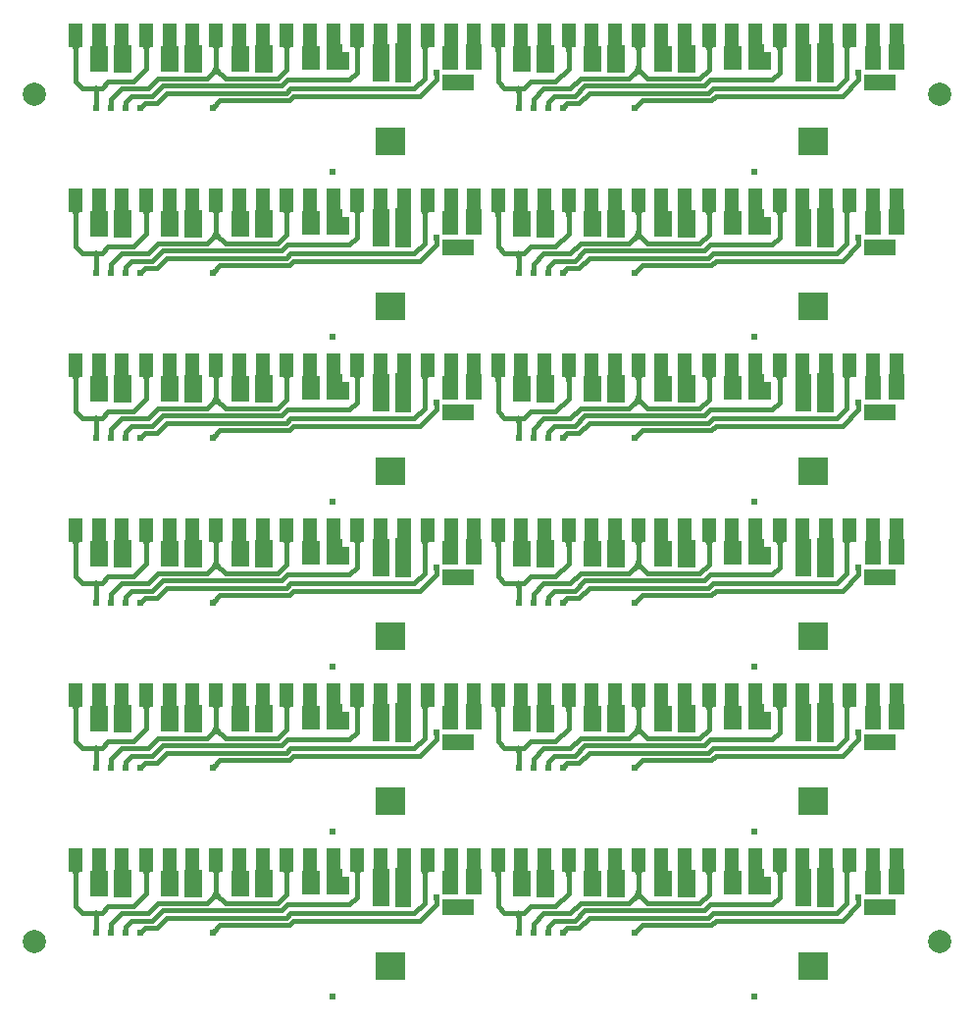
<source format=gbl>
G04 Layer_Physical_Order=4*
G04 Layer_Color=16711680*
%FSLAX25Y25*%
%MOIN*%
G70*
G01*
G75*
%ADD12R,0.04724X0.07874*%
%ADD19C,0.01500*%
%ADD20R,0.05500X0.08500*%
%ADD23R,0.06000X0.09500*%
%ADD26C,0.07874*%
%ADD27C,0.02400*%
%ADD31R,0.10000X0.09500*%
%ADD32R,0.10500X0.05500*%
%ADD33R,0.03000X0.06000*%
%ADD34R,0.05421X0.08000*%
%ADD35R,0.05421X0.08500*%
%ADD36R,0.06000X0.08000*%
%ADD37R,0.06295X0.09000*%
%ADD38R,0.06295X0.09500*%
%ADD39R,0.06000X0.09000*%
G36*
X267357Y326061D02*
X267230Y326016D01*
X267118Y325941D01*
X267020Y325836D01*
X266937Y325701D01*
X266870Y325536D01*
X266817Y325341D01*
X266780Y325116D01*
X266757Y324861D01*
X266750Y324576D01*
X265250D01*
X265244Y324861D01*
X265196Y325341D01*
X265154Y325536D01*
X265100Y325701D01*
X265034Y325836D01*
X264956Y325941D01*
X264866Y326016D01*
X264765Y326061D01*
X264651Y326076D01*
X267500D01*
X267357Y326061D01*
D02*
G37*
G36*
X244483D02*
X244356Y326016D01*
X244244Y325941D01*
X244146Y325836D01*
X244063Y325701D01*
X243996Y325536D01*
X243944Y325341D01*
X243906Y325116D01*
X243883Y324861D01*
X243876Y324576D01*
X242376D01*
X242369Y324861D01*
X242346Y325116D01*
X242308Y325341D01*
X242256Y325536D01*
X242189Y325701D01*
X242106Y325836D01*
X242008Y325941D01*
X241896Y326016D01*
X241769Y326061D01*
X241626Y326076D01*
X244626D01*
X244483Y326061D01*
D02*
G37*
G36*
X220483D02*
X220356Y326016D01*
X220244Y325941D01*
X220146Y325836D01*
X220063Y325701D01*
X219996Y325536D01*
X219943Y325341D01*
X219906Y325116D01*
X219883Y324861D01*
X219876Y324576D01*
X218376D01*
X218369Y324861D01*
X218346Y325116D01*
X218308Y325341D01*
X218256Y325536D01*
X218189Y325701D01*
X218106Y325836D01*
X218008Y325941D01*
X217896Y326016D01*
X217769Y326061D01*
X217626Y326076D01*
X220626D01*
X220483Y326061D01*
D02*
G37*
G36*
X196484D02*
X196356Y326016D01*
X196244Y325941D01*
X196146Y325836D01*
X196063Y325701D01*
X195996Y325536D01*
X195943Y325341D01*
X195906Y325116D01*
X195884Y324861D01*
X195876Y324576D01*
X194376D01*
X194369Y324861D01*
X194346Y325116D01*
X194308Y325341D01*
X194256Y325536D01*
X194188Y325701D01*
X194106Y325836D01*
X194009Y325941D01*
X193896Y326016D01*
X193769Y326061D01*
X193626Y326076D01*
X196626D01*
X196484Y326061D01*
D02*
G37*
G36*
X172779D02*
X172651Y326016D01*
X172539Y325941D01*
X172441Y325836D01*
X172359Y325701D01*
X172291Y325536D01*
X172239Y325341D01*
X172201Y325116D01*
X172179Y324861D01*
X172171Y324576D01*
X170671D01*
X170664Y324861D01*
X170641Y325116D01*
X170604Y325341D01*
X170551Y325536D01*
X170484Y325701D01*
X170401Y325836D01*
X170304Y325941D01*
X170191Y326016D01*
X170064Y326061D01*
X169921Y326076D01*
X172921D01*
X172779Y326061D01*
D02*
G37*
G36*
X148779D02*
X148651Y326016D01*
X148539Y325941D01*
X148441Y325836D01*
X148359Y325701D01*
X148291Y325536D01*
X148239Y325341D01*
X148201Y325116D01*
X148179Y324861D01*
X148171Y324576D01*
X146671D01*
X146664Y324861D01*
X146641Y325116D01*
X146604Y325341D01*
X146551Y325536D01*
X146484Y325701D01*
X146401Y325836D01*
X146304Y325941D01*
X146191Y326016D01*
X146064Y326061D01*
X145921Y326076D01*
X148921D01*
X148779Y326061D01*
D02*
G37*
G36*
X123857D02*
X123730Y326016D01*
X123617Y325941D01*
X123520Y325836D01*
X123438Y325701D01*
X123370Y325536D01*
X123318Y325341D01*
X123280Y325116D01*
X123258Y324861D01*
X123250Y324576D01*
X121750D01*
X121744Y324861D01*
X121696Y325341D01*
X121654Y325536D01*
X121600Y325701D01*
X121534Y325836D01*
X121456Y325941D01*
X121367Y326016D01*
X121265Y326061D01*
X121151Y326076D01*
X124000D01*
X123857Y326061D01*
D02*
G37*
G36*
X100984D02*
X100856Y326016D01*
X100743Y325941D01*
X100646Y325836D01*
X100564Y325701D01*
X100496Y325536D01*
X100443Y325341D01*
X100406Y325116D01*
X100383Y324861D01*
X100376Y324576D01*
X98876D01*
X98869Y324861D01*
X98846Y325116D01*
X98808Y325341D01*
X98756Y325536D01*
X98689Y325701D01*
X98606Y325836D01*
X98509Y325941D01*
X98396Y326016D01*
X98269Y326061D01*
X98126Y326076D01*
X101126D01*
X100984Y326061D01*
D02*
G37*
G36*
X76983D02*
X76856Y326016D01*
X76744Y325941D01*
X76646Y325836D01*
X76564Y325701D01*
X76496Y325536D01*
X76443Y325341D01*
X76406Y325116D01*
X76384Y324861D01*
X76376Y324576D01*
X74876D01*
X74869Y324861D01*
X74846Y325116D01*
X74809Y325341D01*
X74756Y325536D01*
X74689Y325701D01*
X74606Y325836D01*
X74509Y325941D01*
X74396Y326016D01*
X74269Y326061D01*
X74126Y326076D01*
X77126D01*
X76983Y326061D01*
D02*
G37*
G36*
X52983D02*
X52856Y326016D01*
X52744Y325941D01*
X52646Y325836D01*
X52564Y325701D01*
X52496Y325536D01*
X52443Y325341D01*
X52406Y325116D01*
X52384Y324861D01*
X52376Y324576D01*
X50876D01*
X50868Y324861D01*
X50846Y325116D01*
X50809Y325341D01*
X50756Y325536D01*
X50688Y325701D01*
X50606Y325836D01*
X50508Y325941D01*
X50396Y326016D01*
X50269Y326061D01*
X50126Y326076D01*
X53126D01*
X52983Y326061D01*
D02*
G37*
G36*
X29279D02*
X29151Y326016D01*
X29039Y325941D01*
X28941Y325836D01*
X28859Y325701D01*
X28791Y325536D01*
X28739Y325341D01*
X28701Y325116D01*
X28679Y324861D01*
X28671Y324576D01*
X27171D01*
X27164Y324861D01*
X27141Y325116D01*
X27104Y325341D01*
X27051Y325536D01*
X26984Y325701D01*
X26901Y325836D01*
X26804Y325941D01*
X26691Y326016D01*
X26564Y326061D01*
X26421Y326076D01*
X29421D01*
X29279Y326061D01*
D02*
G37*
G36*
X5279D02*
X5151Y326016D01*
X5039Y325941D01*
X4941Y325836D01*
X4859Y325701D01*
X4791Y325536D01*
X4739Y325341D01*
X4701Y325116D01*
X4679Y324861D01*
X4671Y324576D01*
X3171D01*
X3164Y324861D01*
X3141Y325116D01*
X3104Y325341D01*
X3051Y325536D01*
X2984Y325701D01*
X2901Y325836D01*
X2804Y325941D01*
X2691Y326016D01*
X2564Y326061D01*
X2421Y326076D01*
X5421D01*
X5279Y326061D01*
D02*
G37*
G36*
X195887Y320141D02*
X195918Y319854D01*
X195971Y319576D01*
X196046Y319307D01*
X196141Y319046D01*
X196258Y318795D01*
X196396Y318552D01*
X196555Y318318D01*
X196735Y318092D01*
X196937Y317876D01*
X196187Y316505D01*
X195975Y316696D01*
X195762Y316844D01*
X195550Y316950D01*
X195338Y317014D01*
X195126Y317035D01*
X194914Y317014D01*
X194702Y316950D01*
X194490Y316844D01*
X194277Y316696D01*
X194065Y316505D01*
X193315Y317876D01*
X193517Y318092D01*
X193697Y318318D01*
X193856Y318552D01*
X193994Y318795D01*
X194111Y319046D01*
X194206Y319307D01*
X194281Y319576D01*
X194334Y319854D01*
X194365Y320141D01*
X194376Y320437D01*
X195876D01*
X195887Y320141D01*
D02*
G37*
G36*
X52387D02*
X52418Y319854D01*
X52471Y319576D01*
X52546Y319307D01*
X52641Y319046D01*
X52758Y318795D01*
X52896Y318552D01*
X53055Y318318D01*
X53235Y318092D01*
X53437Y317876D01*
X52687Y316505D01*
X52474Y316696D01*
X52262Y316844D01*
X52050Y316950D01*
X51838Y317014D01*
X51626Y317035D01*
X51414Y317014D01*
X51202Y316950D01*
X50990Y316844D01*
X50777Y316696D01*
X50565Y316505D01*
X49815Y317876D01*
X50017Y318092D01*
X50197Y318318D01*
X50356Y318552D01*
X50494Y318795D01*
X50611Y319046D01*
X50706Y319307D01*
X50780Y319576D01*
X50834Y319854D01*
X50865Y320141D01*
X50876Y320437D01*
X52376D01*
X52387Y320141D01*
D02*
G37*
G36*
X270823Y316619D02*
X270808Y316583D01*
X270794Y316534D01*
X270782Y316473D01*
X270773Y316399D01*
X270758Y316214D01*
X270750Y315843D01*
X269250D01*
X269249Y315979D01*
X269218Y316473D01*
X269206Y316534D01*
X269192Y316583D01*
X269177Y316619D01*
X269160Y316643D01*
X270840D01*
X270823Y316619D01*
D02*
G37*
G36*
X127323D02*
X127308Y316583D01*
X127294Y316534D01*
X127282Y316473D01*
X127272Y316399D01*
X127258Y316214D01*
X127250Y315843D01*
X125750D01*
X125749Y315979D01*
X125718Y316473D01*
X125706Y316534D01*
X125692Y316583D01*
X125677Y316619D01*
X125660Y316643D01*
X127340D01*
X127323Y316619D01*
D02*
G37*
G36*
X254000Y314500D02*
X248500D01*
Y327000D01*
X254000D01*
Y314500D01*
D02*
G37*
G36*
X110500D02*
X105000D01*
Y327000D01*
X110500D01*
Y314500D01*
D02*
G37*
G36*
X261500Y314000D02*
X256000Y314000D01*
X256000Y327500D01*
X261500D01*
X261500Y314000D01*
D02*
G37*
G36*
X118000D02*
X112500Y314000D01*
X112500Y327500D01*
X118000D01*
X118000Y314000D01*
D02*
G37*
G36*
X156268Y311518D02*
X156074Y311503D01*
X155901Y311458D01*
X155749Y311383D01*
X155616Y311278D01*
X155504Y311143D01*
X155413Y310978D01*
X155342Y310783D01*
X155291Y310558D01*
X155260Y310303D01*
X155250Y310018D01*
X153750D01*
X153735Y310303D01*
X153690Y310558D01*
X153615Y310783D01*
X153510Y310978D01*
X153375Y311143D01*
X153210Y311278D01*
X153015Y311383D01*
X152790Y311458D01*
X152535Y311503D01*
X152250Y311518D01*
X154500Y313018D01*
X156268Y311518D01*
D02*
G37*
G36*
X12768D02*
X12574Y311503D01*
X12401Y311458D01*
X12249Y311383D01*
X12116Y311278D01*
X12004Y311143D01*
X11913Y310978D01*
X11842Y310783D01*
X11791Y310558D01*
X11760Y310303D01*
X11750Y310018D01*
X10250D01*
X10235Y310303D01*
X10190Y310558D01*
X10115Y310783D01*
X10010Y310978D01*
X9875Y311143D01*
X9710Y311278D01*
X9515Y311383D01*
X9290Y311458D01*
X9035Y311503D01*
X8750Y311518D01*
X11000Y313018D01*
X12768Y311518D01*
D02*
G37*
G36*
X165251Y307021D02*
X165282Y306527D01*
X165294Y306466D01*
X165308Y306417D01*
X165323Y306381D01*
X165340Y306357D01*
X163660D01*
X163677Y306381D01*
X163692Y306417D01*
X163706Y306466D01*
X163718Y306527D01*
X163727Y306601D01*
X163742Y306786D01*
X163750Y307157D01*
X165250D01*
X165251Y307021D01*
D02*
G37*
G36*
X160251D02*
X160282Y306527D01*
X160294Y306466D01*
X160308Y306417D01*
X160323Y306381D01*
X160340Y306357D01*
X158660D01*
X158677Y306381D01*
X158692Y306417D01*
X158706Y306466D01*
X158718Y306527D01*
X158728Y306601D01*
X158742Y306786D01*
X158750Y307157D01*
X160250D01*
X160251Y307021D01*
D02*
G37*
G36*
X155251D02*
X155282Y306527D01*
X155294Y306466D01*
X155308Y306417D01*
X155323Y306381D01*
X155340Y306357D01*
X153660D01*
X153677Y306381D01*
X153692Y306417D01*
X153706Y306466D01*
X153718Y306527D01*
X153727Y306601D01*
X153742Y306786D01*
X153750Y307157D01*
X155250D01*
X155251Y307021D01*
D02*
G37*
G36*
X21751D02*
X21782Y306527D01*
X21794Y306466D01*
X21808Y306417D01*
X21823Y306381D01*
X21840Y306357D01*
X20160D01*
X20177Y306381D01*
X20192Y306417D01*
X20206Y306466D01*
X20218Y306527D01*
X20227Y306601D01*
X20242Y306786D01*
X20250Y307157D01*
X21750D01*
X21751Y307021D01*
D02*
G37*
G36*
X16751D02*
X16782Y306527D01*
X16794Y306466D01*
X16808Y306417D01*
X16823Y306381D01*
X16840Y306357D01*
X15160D01*
X15177Y306381D01*
X15192Y306417D01*
X15206Y306466D01*
X15218Y306527D01*
X15227Y306601D01*
X15242Y306786D01*
X15250Y307157D01*
X16750D01*
X16751Y307021D01*
D02*
G37*
G36*
X11751D02*
X11782Y306527D01*
X11794Y306466D01*
X11808Y306417D01*
X11823Y306381D01*
X11840Y306357D01*
X10160D01*
X10177Y306381D01*
X10192Y306417D01*
X10206Y306466D01*
X10218Y306527D01*
X10227Y306601D01*
X10242Y306786D01*
X10250Y307157D01*
X11750D01*
X11751Y307021D01*
D02*
G37*
G36*
X171202Y306141D02*
X171106Y306044D01*
X170780Y305673D01*
X170745Y305622D01*
X170720Y305577D01*
X170705Y305541D01*
X170700Y305512D01*
X169512Y306700D01*
X169541Y306705D01*
X169578Y306720D01*
X169622Y306745D01*
X169673Y306780D01*
X169732Y306825D01*
X169873Y306945D01*
X170141Y307202D01*
X171202Y306141D01*
D02*
G37*
G36*
X27702D02*
X27606Y306044D01*
X27280Y305673D01*
X27245Y305622D01*
X27220Y305577D01*
X27205Y305541D01*
X27200Y305512D01*
X26012Y306700D01*
X26041Y306705D01*
X26077Y306720D01*
X26122Y306745D01*
X26173Y306780D01*
X26232Y306825D01*
X26373Y306945D01*
X26641Y307202D01*
X27702Y306141D01*
D02*
G37*
G36*
X195572Y306011D02*
X195476Y305914D01*
X195150Y305543D01*
X195115Y305492D01*
X195090Y305448D01*
X195075Y305411D01*
X195070Y305382D01*
X193882Y306570D01*
X193911Y306575D01*
X193948Y306590D01*
X193992Y306615D01*
X194043Y306650D01*
X194102Y306695D01*
X194243Y306815D01*
X194511Y307072D01*
X195572Y306011D01*
D02*
G37*
G36*
X52072D02*
X51976Y305914D01*
X51650Y305543D01*
X51615Y305492D01*
X51590Y305448D01*
X51575Y305411D01*
X51570Y305382D01*
X50382Y306570D01*
X50411Y306575D01*
X50448Y306590D01*
X50492Y306615D01*
X50543Y306650D01*
X50602Y306695D01*
X50743Y306815D01*
X51011Y307072D01*
X52072Y306011D01*
D02*
G37*
G36*
X267357Y270061D02*
X267230Y270016D01*
X267118Y269941D01*
X267020Y269836D01*
X266937Y269701D01*
X266870Y269536D01*
X266817Y269341D01*
X266780Y269116D01*
X266757Y268861D01*
X266750Y268576D01*
X265250D01*
X265244Y268861D01*
X265196Y269341D01*
X265154Y269536D01*
X265100Y269701D01*
X265034Y269836D01*
X264956Y269941D01*
X264866Y270016D01*
X264765Y270061D01*
X264651Y270076D01*
X267500D01*
X267357Y270061D01*
D02*
G37*
G36*
X244483D02*
X244356Y270016D01*
X244244Y269941D01*
X244146Y269836D01*
X244063Y269701D01*
X243996Y269536D01*
X243944Y269341D01*
X243906Y269116D01*
X243883Y268861D01*
X243876Y268576D01*
X242376D01*
X242369Y268861D01*
X242346Y269116D01*
X242308Y269341D01*
X242256Y269536D01*
X242189Y269701D01*
X242106Y269836D01*
X242008Y269941D01*
X241896Y270016D01*
X241769Y270061D01*
X241626Y270076D01*
X244626D01*
X244483Y270061D01*
D02*
G37*
G36*
X220483D02*
X220356Y270016D01*
X220244Y269941D01*
X220146Y269836D01*
X220063Y269701D01*
X219996Y269536D01*
X219943Y269341D01*
X219906Y269116D01*
X219883Y268861D01*
X219876Y268576D01*
X218376D01*
X218369Y268861D01*
X218346Y269116D01*
X218308Y269341D01*
X218256Y269536D01*
X218189Y269701D01*
X218106Y269836D01*
X218008Y269941D01*
X217896Y270016D01*
X217769Y270061D01*
X217626Y270076D01*
X220626D01*
X220483Y270061D01*
D02*
G37*
G36*
X196484D02*
X196356Y270016D01*
X196244Y269941D01*
X196146Y269836D01*
X196063Y269701D01*
X195996Y269536D01*
X195943Y269341D01*
X195906Y269116D01*
X195884Y268861D01*
X195876Y268576D01*
X194376D01*
X194369Y268861D01*
X194346Y269116D01*
X194308Y269341D01*
X194256Y269536D01*
X194188Y269701D01*
X194106Y269836D01*
X194009Y269941D01*
X193896Y270016D01*
X193769Y270061D01*
X193626Y270076D01*
X196626D01*
X196484Y270061D01*
D02*
G37*
G36*
X172779D02*
X172651Y270016D01*
X172539Y269941D01*
X172441Y269836D01*
X172359Y269701D01*
X172291Y269536D01*
X172239Y269341D01*
X172201Y269116D01*
X172179Y268861D01*
X172171Y268576D01*
X170671D01*
X170664Y268861D01*
X170641Y269116D01*
X170604Y269341D01*
X170551Y269536D01*
X170484Y269701D01*
X170401Y269836D01*
X170304Y269941D01*
X170191Y270016D01*
X170064Y270061D01*
X169921Y270076D01*
X172921D01*
X172779Y270061D01*
D02*
G37*
G36*
X148779D02*
X148651Y270016D01*
X148539Y269941D01*
X148441Y269836D01*
X148359Y269701D01*
X148291Y269536D01*
X148239Y269341D01*
X148201Y269116D01*
X148179Y268861D01*
X148171Y268576D01*
X146671D01*
X146664Y268861D01*
X146641Y269116D01*
X146604Y269341D01*
X146551Y269536D01*
X146484Y269701D01*
X146401Y269836D01*
X146304Y269941D01*
X146191Y270016D01*
X146064Y270061D01*
X145921Y270076D01*
X148921D01*
X148779Y270061D01*
D02*
G37*
G36*
X123857D02*
X123730Y270016D01*
X123617Y269941D01*
X123520Y269836D01*
X123438Y269701D01*
X123370Y269536D01*
X123318Y269341D01*
X123280Y269116D01*
X123258Y268861D01*
X123250Y268576D01*
X121750D01*
X121744Y268861D01*
X121696Y269341D01*
X121654Y269536D01*
X121600Y269701D01*
X121534Y269836D01*
X121456Y269941D01*
X121367Y270016D01*
X121265Y270061D01*
X121151Y270076D01*
X124000D01*
X123857Y270061D01*
D02*
G37*
G36*
X100984D02*
X100856Y270016D01*
X100743Y269941D01*
X100646Y269836D01*
X100564Y269701D01*
X100496Y269536D01*
X100443Y269341D01*
X100406Y269116D01*
X100383Y268861D01*
X100376Y268576D01*
X98876D01*
X98869Y268861D01*
X98846Y269116D01*
X98808Y269341D01*
X98756Y269536D01*
X98689Y269701D01*
X98606Y269836D01*
X98509Y269941D01*
X98396Y270016D01*
X98269Y270061D01*
X98126Y270076D01*
X101126D01*
X100984Y270061D01*
D02*
G37*
G36*
X76983D02*
X76856Y270016D01*
X76744Y269941D01*
X76646Y269836D01*
X76564Y269701D01*
X76496Y269536D01*
X76443Y269341D01*
X76406Y269116D01*
X76384Y268861D01*
X76376Y268576D01*
X74876D01*
X74869Y268861D01*
X74846Y269116D01*
X74809Y269341D01*
X74756Y269536D01*
X74689Y269701D01*
X74606Y269836D01*
X74509Y269941D01*
X74396Y270016D01*
X74269Y270061D01*
X74126Y270076D01*
X77126D01*
X76983Y270061D01*
D02*
G37*
G36*
X52983D02*
X52856Y270016D01*
X52744Y269941D01*
X52646Y269836D01*
X52564Y269701D01*
X52496Y269536D01*
X52443Y269341D01*
X52406Y269116D01*
X52384Y268861D01*
X52376Y268576D01*
X50876D01*
X50868Y268861D01*
X50846Y269116D01*
X50809Y269341D01*
X50756Y269536D01*
X50688Y269701D01*
X50606Y269836D01*
X50508Y269941D01*
X50396Y270016D01*
X50269Y270061D01*
X50126Y270076D01*
X53126D01*
X52983Y270061D01*
D02*
G37*
G36*
X29279D02*
X29151Y270016D01*
X29039Y269941D01*
X28941Y269836D01*
X28859Y269701D01*
X28791Y269536D01*
X28739Y269341D01*
X28701Y269116D01*
X28679Y268861D01*
X28671Y268576D01*
X27171D01*
X27164Y268861D01*
X27141Y269116D01*
X27104Y269341D01*
X27051Y269536D01*
X26984Y269701D01*
X26901Y269836D01*
X26804Y269941D01*
X26691Y270016D01*
X26564Y270061D01*
X26421Y270076D01*
X29421D01*
X29279Y270061D01*
D02*
G37*
G36*
X5279D02*
X5151Y270016D01*
X5039Y269941D01*
X4941Y269836D01*
X4859Y269701D01*
X4791Y269536D01*
X4739Y269341D01*
X4701Y269116D01*
X4679Y268861D01*
X4671Y268576D01*
X3171D01*
X3164Y268861D01*
X3141Y269116D01*
X3104Y269341D01*
X3051Y269536D01*
X2984Y269701D01*
X2901Y269836D01*
X2804Y269941D01*
X2691Y270016D01*
X2564Y270061D01*
X2421Y270076D01*
X5421D01*
X5279Y270061D01*
D02*
G37*
G36*
X195887Y264141D02*
X195918Y263854D01*
X195971Y263576D01*
X196046Y263307D01*
X196141Y263047D01*
X196258Y262795D01*
X196396Y262552D01*
X196555Y262318D01*
X196735Y262092D01*
X196937Y261876D01*
X196187Y260505D01*
X195975Y260696D01*
X195762Y260844D01*
X195550Y260950D01*
X195338Y261014D01*
X195126Y261035D01*
X194914Y261014D01*
X194702Y260950D01*
X194490Y260844D01*
X194277Y260696D01*
X194065Y260505D01*
X193315Y261876D01*
X193517Y262092D01*
X193697Y262318D01*
X193856Y262552D01*
X193994Y262795D01*
X194111Y263047D01*
X194206Y263307D01*
X194281Y263576D01*
X194334Y263854D01*
X194365Y264141D01*
X194376Y264437D01*
X195876D01*
X195887Y264141D01*
D02*
G37*
G36*
X52387D02*
X52418Y263854D01*
X52471Y263576D01*
X52546Y263307D01*
X52641Y263047D01*
X52758Y262795D01*
X52896Y262552D01*
X53055Y262318D01*
X53235Y262092D01*
X53437Y261876D01*
X52687Y260505D01*
X52474Y260696D01*
X52262Y260844D01*
X52050Y260950D01*
X51838Y261014D01*
X51626Y261035D01*
X51414Y261014D01*
X51202Y260950D01*
X50990Y260844D01*
X50777Y260696D01*
X50565Y260505D01*
X49815Y261876D01*
X50017Y262092D01*
X50197Y262318D01*
X50356Y262552D01*
X50494Y262795D01*
X50611Y263047D01*
X50706Y263307D01*
X50780Y263576D01*
X50834Y263854D01*
X50865Y264141D01*
X50876Y264437D01*
X52376D01*
X52387Y264141D01*
D02*
G37*
G36*
X270823Y260619D02*
X270808Y260583D01*
X270794Y260534D01*
X270782Y260473D01*
X270773Y260399D01*
X270758Y260214D01*
X270750Y259843D01*
X269250D01*
X269249Y259979D01*
X269218Y260473D01*
X269206Y260534D01*
X269192Y260583D01*
X269177Y260619D01*
X269160Y260643D01*
X270840D01*
X270823Y260619D01*
D02*
G37*
G36*
X127323D02*
X127308Y260583D01*
X127294Y260534D01*
X127282Y260473D01*
X127272Y260399D01*
X127258Y260214D01*
X127250Y259843D01*
X125750D01*
X125749Y259979D01*
X125718Y260473D01*
X125706Y260534D01*
X125692Y260583D01*
X125677Y260619D01*
X125660Y260643D01*
X127340D01*
X127323Y260619D01*
D02*
G37*
G36*
X254000Y258500D02*
X248500D01*
Y271000D01*
X254000D01*
Y258500D01*
D02*
G37*
G36*
X110500D02*
X105000D01*
Y271000D01*
X110500D01*
Y258500D01*
D02*
G37*
G36*
X261500Y258000D02*
X256000Y258000D01*
X256000Y271500D01*
X261500D01*
X261500Y258000D01*
D02*
G37*
G36*
X118000D02*
X112500Y258000D01*
X112500Y271500D01*
X118000D01*
X118000Y258000D01*
D02*
G37*
G36*
X156268Y255518D02*
X156074Y255503D01*
X155901Y255458D01*
X155749Y255383D01*
X155616Y255278D01*
X155504Y255143D01*
X155413Y254978D01*
X155342Y254783D01*
X155291Y254558D01*
X155260Y254303D01*
X155250Y254018D01*
X153750D01*
X153735Y254303D01*
X153690Y254558D01*
X153615Y254783D01*
X153510Y254978D01*
X153375Y255143D01*
X153210Y255278D01*
X153015Y255383D01*
X152790Y255458D01*
X152535Y255503D01*
X152250Y255518D01*
X154500Y257018D01*
X156268Y255518D01*
D02*
G37*
G36*
X12768D02*
X12574Y255503D01*
X12401Y255458D01*
X12249Y255383D01*
X12116Y255278D01*
X12004Y255143D01*
X11913Y254978D01*
X11842Y254783D01*
X11791Y254558D01*
X11760Y254303D01*
X11750Y254018D01*
X10250D01*
X10235Y254303D01*
X10190Y254558D01*
X10115Y254783D01*
X10010Y254978D01*
X9875Y255143D01*
X9710Y255278D01*
X9515Y255383D01*
X9290Y255458D01*
X9035Y255503D01*
X8750Y255518D01*
X11000Y257018D01*
X12768Y255518D01*
D02*
G37*
G36*
X165251Y251021D02*
X165282Y250527D01*
X165294Y250466D01*
X165308Y250417D01*
X165323Y250381D01*
X165340Y250357D01*
X163660D01*
X163677Y250381D01*
X163692Y250417D01*
X163706Y250466D01*
X163718Y250527D01*
X163727Y250601D01*
X163742Y250786D01*
X163750Y251157D01*
X165250D01*
X165251Y251021D01*
D02*
G37*
G36*
X160251D02*
X160282Y250527D01*
X160294Y250466D01*
X160308Y250417D01*
X160323Y250381D01*
X160340Y250357D01*
X158660D01*
X158677Y250381D01*
X158692Y250417D01*
X158706Y250466D01*
X158718Y250527D01*
X158728Y250601D01*
X158742Y250786D01*
X158750Y251157D01*
X160250D01*
X160251Y251021D01*
D02*
G37*
G36*
X155251D02*
X155282Y250527D01*
X155294Y250466D01*
X155308Y250417D01*
X155323Y250381D01*
X155340Y250357D01*
X153660D01*
X153677Y250381D01*
X153692Y250417D01*
X153706Y250466D01*
X153718Y250527D01*
X153727Y250601D01*
X153742Y250786D01*
X153750Y251157D01*
X155250D01*
X155251Y251021D01*
D02*
G37*
G36*
X21751D02*
X21782Y250527D01*
X21794Y250466D01*
X21808Y250417D01*
X21823Y250381D01*
X21840Y250357D01*
X20160D01*
X20177Y250381D01*
X20192Y250417D01*
X20206Y250466D01*
X20218Y250527D01*
X20227Y250601D01*
X20242Y250786D01*
X20250Y251157D01*
X21750D01*
X21751Y251021D01*
D02*
G37*
G36*
X16751D02*
X16782Y250527D01*
X16794Y250466D01*
X16808Y250417D01*
X16823Y250381D01*
X16840Y250357D01*
X15160D01*
X15177Y250381D01*
X15192Y250417D01*
X15206Y250466D01*
X15218Y250527D01*
X15227Y250601D01*
X15242Y250786D01*
X15250Y251157D01*
X16750D01*
X16751Y251021D01*
D02*
G37*
G36*
X11751D02*
X11782Y250527D01*
X11794Y250466D01*
X11808Y250417D01*
X11823Y250381D01*
X11840Y250357D01*
X10160D01*
X10177Y250381D01*
X10192Y250417D01*
X10206Y250466D01*
X10218Y250527D01*
X10227Y250601D01*
X10242Y250786D01*
X10250Y251157D01*
X11750D01*
X11751Y251021D01*
D02*
G37*
G36*
X171202Y250141D02*
X171106Y250044D01*
X170780Y249673D01*
X170745Y249622D01*
X170720Y249577D01*
X170705Y249541D01*
X170700Y249512D01*
X169512Y250700D01*
X169541Y250705D01*
X169578Y250720D01*
X169622Y250745D01*
X169673Y250780D01*
X169732Y250825D01*
X169873Y250945D01*
X170141Y251202D01*
X171202Y250141D01*
D02*
G37*
G36*
X27702D02*
X27606Y250044D01*
X27280Y249673D01*
X27245Y249622D01*
X27220Y249577D01*
X27205Y249541D01*
X27200Y249512D01*
X26012Y250700D01*
X26041Y250705D01*
X26077Y250720D01*
X26122Y250745D01*
X26173Y250780D01*
X26232Y250825D01*
X26373Y250945D01*
X26641Y251202D01*
X27702Y250141D01*
D02*
G37*
G36*
X195572Y250011D02*
X195476Y249914D01*
X195150Y249543D01*
X195115Y249492D01*
X195090Y249448D01*
X195075Y249411D01*
X195070Y249382D01*
X193882Y250570D01*
X193911Y250575D01*
X193948Y250590D01*
X193992Y250615D01*
X194043Y250650D01*
X194102Y250695D01*
X194243Y250815D01*
X194511Y251072D01*
X195572Y250011D01*
D02*
G37*
G36*
X52072D02*
X51976Y249914D01*
X51650Y249543D01*
X51615Y249492D01*
X51590Y249448D01*
X51575Y249411D01*
X51570Y249382D01*
X50382Y250570D01*
X50411Y250575D01*
X50448Y250590D01*
X50492Y250615D01*
X50543Y250650D01*
X50602Y250695D01*
X50743Y250815D01*
X51011Y251072D01*
X52072Y250011D01*
D02*
G37*
G36*
X267357Y214061D02*
X267230Y214016D01*
X267118Y213941D01*
X267020Y213836D01*
X266937Y213701D01*
X266870Y213536D01*
X266817Y213341D01*
X266780Y213116D01*
X266757Y212861D01*
X266750Y212576D01*
X265250D01*
X265244Y212861D01*
X265196Y213341D01*
X265154Y213536D01*
X265100Y213701D01*
X265034Y213836D01*
X264956Y213941D01*
X264866Y214016D01*
X264765Y214061D01*
X264651Y214076D01*
X267500D01*
X267357Y214061D01*
D02*
G37*
G36*
X244483D02*
X244356Y214016D01*
X244244Y213941D01*
X244146Y213836D01*
X244063Y213701D01*
X243996Y213536D01*
X243944Y213341D01*
X243906Y213116D01*
X243883Y212861D01*
X243876Y212576D01*
X242376D01*
X242369Y212861D01*
X242346Y213116D01*
X242308Y213341D01*
X242256Y213536D01*
X242189Y213701D01*
X242106Y213836D01*
X242008Y213941D01*
X241896Y214016D01*
X241769Y214061D01*
X241626Y214076D01*
X244626D01*
X244483Y214061D01*
D02*
G37*
G36*
X220483D02*
X220356Y214016D01*
X220244Y213941D01*
X220146Y213836D01*
X220063Y213701D01*
X219996Y213536D01*
X219943Y213341D01*
X219906Y213116D01*
X219883Y212861D01*
X219876Y212576D01*
X218376D01*
X218369Y212861D01*
X218346Y213116D01*
X218308Y213341D01*
X218256Y213536D01*
X218189Y213701D01*
X218106Y213836D01*
X218008Y213941D01*
X217896Y214016D01*
X217769Y214061D01*
X217626Y214076D01*
X220626D01*
X220483Y214061D01*
D02*
G37*
G36*
X196484D02*
X196356Y214016D01*
X196244Y213941D01*
X196146Y213836D01*
X196063Y213701D01*
X195996Y213536D01*
X195943Y213341D01*
X195906Y213116D01*
X195884Y212861D01*
X195876Y212576D01*
X194376D01*
X194369Y212861D01*
X194346Y213116D01*
X194308Y213341D01*
X194256Y213536D01*
X194188Y213701D01*
X194106Y213836D01*
X194009Y213941D01*
X193896Y214016D01*
X193769Y214061D01*
X193626Y214076D01*
X196626D01*
X196484Y214061D01*
D02*
G37*
G36*
X172779D02*
X172651Y214016D01*
X172539Y213941D01*
X172441Y213836D01*
X172359Y213701D01*
X172291Y213536D01*
X172239Y213341D01*
X172201Y213116D01*
X172179Y212861D01*
X172171Y212576D01*
X170671D01*
X170664Y212861D01*
X170641Y213116D01*
X170604Y213341D01*
X170551Y213536D01*
X170484Y213701D01*
X170401Y213836D01*
X170304Y213941D01*
X170191Y214016D01*
X170064Y214061D01*
X169921Y214076D01*
X172921D01*
X172779Y214061D01*
D02*
G37*
G36*
X148779D02*
X148651Y214016D01*
X148539Y213941D01*
X148441Y213836D01*
X148359Y213701D01*
X148291Y213536D01*
X148239Y213341D01*
X148201Y213116D01*
X148179Y212861D01*
X148171Y212576D01*
X146671D01*
X146664Y212861D01*
X146641Y213116D01*
X146604Y213341D01*
X146551Y213536D01*
X146484Y213701D01*
X146401Y213836D01*
X146304Y213941D01*
X146191Y214016D01*
X146064Y214061D01*
X145921Y214076D01*
X148921D01*
X148779Y214061D01*
D02*
G37*
G36*
X123857D02*
X123730Y214016D01*
X123617Y213941D01*
X123520Y213836D01*
X123438Y213701D01*
X123370Y213536D01*
X123318Y213341D01*
X123280Y213116D01*
X123258Y212861D01*
X123250Y212576D01*
X121750D01*
X121744Y212861D01*
X121696Y213341D01*
X121654Y213536D01*
X121600Y213701D01*
X121534Y213836D01*
X121456Y213941D01*
X121367Y214016D01*
X121265Y214061D01*
X121151Y214076D01*
X124000D01*
X123857Y214061D01*
D02*
G37*
G36*
X100984D02*
X100856Y214016D01*
X100743Y213941D01*
X100646Y213836D01*
X100564Y213701D01*
X100496Y213536D01*
X100443Y213341D01*
X100406Y213116D01*
X100383Y212861D01*
X100376Y212576D01*
X98876D01*
X98869Y212861D01*
X98846Y213116D01*
X98808Y213341D01*
X98756Y213536D01*
X98689Y213701D01*
X98606Y213836D01*
X98509Y213941D01*
X98396Y214016D01*
X98269Y214061D01*
X98126Y214076D01*
X101126D01*
X100984Y214061D01*
D02*
G37*
G36*
X76983D02*
X76856Y214016D01*
X76744Y213941D01*
X76646Y213836D01*
X76564Y213701D01*
X76496Y213536D01*
X76443Y213341D01*
X76406Y213116D01*
X76384Y212861D01*
X76376Y212576D01*
X74876D01*
X74869Y212861D01*
X74846Y213116D01*
X74809Y213341D01*
X74756Y213536D01*
X74689Y213701D01*
X74606Y213836D01*
X74509Y213941D01*
X74396Y214016D01*
X74269Y214061D01*
X74126Y214076D01*
X77126D01*
X76983Y214061D01*
D02*
G37*
G36*
X52983D02*
X52856Y214016D01*
X52744Y213941D01*
X52646Y213836D01*
X52564Y213701D01*
X52496Y213536D01*
X52443Y213341D01*
X52406Y213116D01*
X52384Y212861D01*
X52376Y212576D01*
X50876D01*
X50868Y212861D01*
X50846Y213116D01*
X50809Y213341D01*
X50756Y213536D01*
X50688Y213701D01*
X50606Y213836D01*
X50508Y213941D01*
X50396Y214016D01*
X50269Y214061D01*
X50126Y214076D01*
X53126D01*
X52983Y214061D01*
D02*
G37*
G36*
X29279D02*
X29151Y214016D01*
X29039Y213941D01*
X28941Y213836D01*
X28859Y213701D01*
X28791Y213536D01*
X28739Y213341D01*
X28701Y213116D01*
X28679Y212861D01*
X28671Y212576D01*
X27171D01*
X27164Y212861D01*
X27141Y213116D01*
X27104Y213341D01*
X27051Y213536D01*
X26984Y213701D01*
X26901Y213836D01*
X26804Y213941D01*
X26691Y214016D01*
X26564Y214061D01*
X26421Y214076D01*
X29421D01*
X29279Y214061D01*
D02*
G37*
G36*
X5279D02*
X5151Y214016D01*
X5039Y213941D01*
X4941Y213836D01*
X4859Y213701D01*
X4791Y213536D01*
X4739Y213341D01*
X4701Y213116D01*
X4679Y212861D01*
X4671Y212576D01*
X3171D01*
X3164Y212861D01*
X3141Y213116D01*
X3104Y213341D01*
X3051Y213536D01*
X2984Y213701D01*
X2901Y213836D01*
X2804Y213941D01*
X2691Y214016D01*
X2564Y214061D01*
X2421Y214076D01*
X5421D01*
X5279Y214061D01*
D02*
G37*
G36*
X195887Y208141D02*
X195918Y207854D01*
X195971Y207576D01*
X196046Y207307D01*
X196141Y207047D01*
X196258Y206795D01*
X196396Y206552D01*
X196555Y206318D01*
X196735Y206093D01*
X196937Y205876D01*
X196187Y204505D01*
X195975Y204696D01*
X195762Y204844D01*
X195550Y204950D01*
X195338Y205014D01*
X195126Y205035D01*
X194914Y205014D01*
X194702Y204950D01*
X194490Y204844D01*
X194277Y204696D01*
X194065Y204505D01*
X193315Y205876D01*
X193517Y206093D01*
X193697Y206318D01*
X193856Y206552D01*
X193994Y206795D01*
X194111Y207047D01*
X194206Y207307D01*
X194281Y207576D01*
X194334Y207854D01*
X194365Y208141D01*
X194376Y208437D01*
X195876D01*
X195887Y208141D01*
D02*
G37*
G36*
X52387D02*
X52418Y207854D01*
X52471Y207576D01*
X52546Y207307D01*
X52641Y207047D01*
X52758Y206795D01*
X52896Y206552D01*
X53055Y206318D01*
X53235Y206093D01*
X53437Y205876D01*
X52687Y204505D01*
X52474Y204696D01*
X52262Y204844D01*
X52050Y204950D01*
X51838Y205014D01*
X51626Y205035D01*
X51414Y205014D01*
X51202Y204950D01*
X50990Y204844D01*
X50777Y204696D01*
X50565Y204505D01*
X49815Y205876D01*
X50017Y206093D01*
X50197Y206318D01*
X50356Y206552D01*
X50494Y206795D01*
X50611Y207047D01*
X50706Y207307D01*
X50780Y207576D01*
X50834Y207854D01*
X50865Y208141D01*
X50876Y208437D01*
X52376D01*
X52387Y208141D01*
D02*
G37*
G36*
X270823Y204619D02*
X270808Y204583D01*
X270794Y204534D01*
X270782Y204473D01*
X270773Y204399D01*
X270758Y204214D01*
X270750Y203843D01*
X269250D01*
X269249Y203979D01*
X269218Y204473D01*
X269206Y204534D01*
X269192Y204583D01*
X269177Y204619D01*
X269160Y204643D01*
X270840D01*
X270823Y204619D01*
D02*
G37*
G36*
X127323D02*
X127308Y204583D01*
X127294Y204534D01*
X127282Y204473D01*
X127272Y204399D01*
X127258Y204214D01*
X127250Y203843D01*
X125750D01*
X125749Y203979D01*
X125718Y204473D01*
X125706Y204534D01*
X125692Y204583D01*
X125677Y204619D01*
X125660Y204643D01*
X127340D01*
X127323Y204619D01*
D02*
G37*
G36*
X254000Y202500D02*
X248500D01*
Y215000D01*
X254000D01*
Y202500D01*
D02*
G37*
G36*
X110500D02*
X105000D01*
Y215000D01*
X110500D01*
Y202500D01*
D02*
G37*
G36*
X261500Y202000D02*
X256000Y202000D01*
X256000Y215500D01*
X261500D01*
X261500Y202000D01*
D02*
G37*
G36*
X118000D02*
X112500Y202000D01*
X112500Y215500D01*
X118000D01*
X118000Y202000D01*
D02*
G37*
G36*
X156268Y199518D02*
X156074Y199503D01*
X155901Y199458D01*
X155749Y199383D01*
X155616Y199278D01*
X155504Y199143D01*
X155413Y198978D01*
X155342Y198783D01*
X155291Y198558D01*
X155260Y198303D01*
X155250Y198018D01*
X153750D01*
X153735Y198303D01*
X153690Y198558D01*
X153615Y198783D01*
X153510Y198978D01*
X153375Y199143D01*
X153210Y199278D01*
X153015Y199383D01*
X152790Y199458D01*
X152535Y199503D01*
X152250Y199518D01*
X154500Y201018D01*
X156268Y199518D01*
D02*
G37*
G36*
X12768D02*
X12574Y199503D01*
X12401Y199458D01*
X12249Y199383D01*
X12116Y199278D01*
X12004Y199143D01*
X11913Y198978D01*
X11842Y198783D01*
X11791Y198558D01*
X11760Y198303D01*
X11750Y198018D01*
X10250D01*
X10235Y198303D01*
X10190Y198558D01*
X10115Y198783D01*
X10010Y198978D01*
X9875Y199143D01*
X9710Y199278D01*
X9515Y199383D01*
X9290Y199458D01*
X9035Y199503D01*
X8750Y199518D01*
X11000Y201018D01*
X12768Y199518D01*
D02*
G37*
G36*
X165251Y195021D02*
X165282Y194527D01*
X165294Y194466D01*
X165308Y194417D01*
X165323Y194381D01*
X165340Y194357D01*
X163660D01*
X163677Y194381D01*
X163692Y194417D01*
X163706Y194466D01*
X163718Y194527D01*
X163727Y194601D01*
X163742Y194786D01*
X163750Y195157D01*
X165250D01*
X165251Y195021D01*
D02*
G37*
G36*
X160251D02*
X160282Y194527D01*
X160294Y194466D01*
X160308Y194417D01*
X160323Y194381D01*
X160340Y194357D01*
X158660D01*
X158677Y194381D01*
X158692Y194417D01*
X158706Y194466D01*
X158718Y194527D01*
X158728Y194601D01*
X158742Y194786D01*
X158750Y195157D01*
X160250D01*
X160251Y195021D01*
D02*
G37*
G36*
X155251D02*
X155282Y194527D01*
X155294Y194466D01*
X155308Y194417D01*
X155323Y194381D01*
X155340Y194357D01*
X153660D01*
X153677Y194381D01*
X153692Y194417D01*
X153706Y194466D01*
X153718Y194527D01*
X153727Y194601D01*
X153742Y194786D01*
X153750Y195157D01*
X155250D01*
X155251Y195021D01*
D02*
G37*
G36*
X21751D02*
X21782Y194527D01*
X21794Y194466D01*
X21808Y194417D01*
X21823Y194381D01*
X21840Y194357D01*
X20160D01*
X20177Y194381D01*
X20192Y194417D01*
X20206Y194466D01*
X20218Y194527D01*
X20227Y194601D01*
X20242Y194786D01*
X20250Y195157D01*
X21750D01*
X21751Y195021D01*
D02*
G37*
G36*
X16751D02*
X16782Y194527D01*
X16794Y194466D01*
X16808Y194417D01*
X16823Y194381D01*
X16840Y194357D01*
X15160D01*
X15177Y194381D01*
X15192Y194417D01*
X15206Y194466D01*
X15218Y194527D01*
X15227Y194601D01*
X15242Y194786D01*
X15250Y195157D01*
X16750D01*
X16751Y195021D01*
D02*
G37*
G36*
X11751D02*
X11782Y194527D01*
X11794Y194466D01*
X11808Y194417D01*
X11823Y194381D01*
X11840Y194357D01*
X10160D01*
X10177Y194381D01*
X10192Y194417D01*
X10206Y194466D01*
X10218Y194527D01*
X10227Y194601D01*
X10242Y194786D01*
X10250Y195157D01*
X11750D01*
X11751Y195021D01*
D02*
G37*
G36*
X171202Y194141D02*
X171106Y194044D01*
X170780Y193673D01*
X170745Y193622D01*
X170720Y193578D01*
X170705Y193541D01*
X170700Y193512D01*
X169512Y194700D01*
X169541Y194705D01*
X169578Y194720D01*
X169622Y194745D01*
X169673Y194780D01*
X169732Y194825D01*
X169873Y194945D01*
X170141Y195202D01*
X171202Y194141D01*
D02*
G37*
G36*
X27702D02*
X27606Y194044D01*
X27280Y193673D01*
X27245Y193622D01*
X27220Y193578D01*
X27205Y193541D01*
X27200Y193512D01*
X26012Y194700D01*
X26041Y194705D01*
X26077Y194720D01*
X26122Y194745D01*
X26173Y194780D01*
X26232Y194825D01*
X26373Y194945D01*
X26641Y195202D01*
X27702Y194141D01*
D02*
G37*
G36*
X195572Y194011D02*
X195476Y193914D01*
X195150Y193543D01*
X195115Y193492D01*
X195090Y193448D01*
X195075Y193411D01*
X195070Y193382D01*
X193882Y194570D01*
X193911Y194575D01*
X193948Y194590D01*
X193992Y194615D01*
X194043Y194650D01*
X194102Y194695D01*
X194243Y194815D01*
X194511Y195072D01*
X195572Y194011D01*
D02*
G37*
G36*
X52072D02*
X51976Y193914D01*
X51650Y193543D01*
X51615Y193492D01*
X51590Y193448D01*
X51575Y193411D01*
X51570Y193382D01*
X50382Y194570D01*
X50411Y194575D01*
X50448Y194590D01*
X50492Y194615D01*
X50543Y194650D01*
X50602Y194695D01*
X50743Y194815D01*
X51011Y195072D01*
X52072Y194011D01*
D02*
G37*
G36*
X267357Y158061D02*
X267230Y158016D01*
X267118Y157941D01*
X267020Y157836D01*
X266937Y157701D01*
X266870Y157536D01*
X266817Y157341D01*
X266780Y157116D01*
X266757Y156861D01*
X266750Y156576D01*
X265250D01*
X265244Y156861D01*
X265196Y157341D01*
X265154Y157536D01*
X265100Y157701D01*
X265034Y157836D01*
X264956Y157941D01*
X264866Y158016D01*
X264765Y158061D01*
X264651Y158076D01*
X267500D01*
X267357Y158061D01*
D02*
G37*
G36*
X244483D02*
X244356Y158016D01*
X244244Y157941D01*
X244146Y157836D01*
X244063Y157701D01*
X243996Y157536D01*
X243944Y157341D01*
X243906Y157116D01*
X243883Y156861D01*
X243876Y156576D01*
X242376D01*
X242369Y156861D01*
X242346Y157116D01*
X242308Y157341D01*
X242256Y157536D01*
X242189Y157701D01*
X242106Y157836D01*
X242008Y157941D01*
X241896Y158016D01*
X241769Y158061D01*
X241626Y158076D01*
X244626D01*
X244483Y158061D01*
D02*
G37*
G36*
X220483D02*
X220356Y158016D01*
X220244Y157941D01*
X220146Y157836D01*
X220063Y157701D01*
X219996Y157536D01*
X219943Y157341D01*
X219906Y157116D01*
X219883Y156861D01*
X219876Y156576D01*
X218376D01*
X218369Y156861D01*
X218346Y157116D01*
X218308Y157341D01*
X218256Y157536D01*
X218189Y157701D01*
X218106Y157836D01*
X218008Y157941D01*
X217896Y158016D01*
X217769Y158061D01*
X217626Y158076D01*
X220626D01*
X220483Y158061D01*
D02*
G37*
G36*
X196484D02*
X196356Y158016D01*
X196244Y157941D01*
X196146Y157836D01*
X196063Y157701D01*
X195996Y157536D01*
X195943Y157341D01*
X195906Y157116D01*
X195884Y156861D01*
X195876Y156576D01*
X194376D01*
X194369Y156861D01*
X194346Y157116D01*
X194308Y157341D01*
X194256Y157536D01*
X194188Y157701D01*
X194106Y157836D01*
X194009Y157941D01*
X193896Y158016D01*
X193769Y158061D01*
X193626Y158076D01*
X196626D01*
X196484Y158061D01*
D02*
G37*
G36*
X172779D02*
X172651Y158016D01*
X172539Y157941D01*
X172441Y157836D01*
X172359Y157701D01*
X172291Y157536D01*
X172239Y157341D01*
X172201Y157116D01*
X172179Y156861D01*
X172171Y156576D01*
X170671D01*
X170664Y156861D01*
X170641Y157116D01*
X170604Y157341D01*
X170551Y157536D01*
X170484Y157701D01*
X170401Y157836D01*
X170304Y157941D01*
X170191Y158016D01*
X170064Y158061D01*
X169921Y158076D01*
X172921D01*
X172779Y158061D01*
D02*
G37*
G36*
X148779D02*
X148651Y158016D01*
X148539Y157941D01*
X148441Y157836D01*
X148359Y157701D01*
X148291Y157536D01*
X148239Y157341D01*
X148201Y157116D01*
X148179Y156861D01*
X148171Y156576D01*
X146671D01*
X146664Y156861D01*
X146641Y157116D01*
X146604Y157341D01*
X146551Y157536D01*
X146484Y157701D01*
X146401Y157836D01*
X146304Y157941D01*
X146191Y158016D01*
X146064Y158061D01*
X145921Y158076D01*
X148921D01*
X148779Y158061D01*
D02*
G37*
G36*
X123857D02*
X123730Y158016D01*
X123617Y157941D01*
X123520Y157836D01*
X123438Y157701D01*
X123370Y157536D01*
X123318Y157341D01*
X123280Y157116D01*
X123258Y156861D01*
X123250Y156576D01*
X121750D01*
X121744Y156861D01*
X121696Y157341D01*
X121654Y157536D01*
X121600Y157701D01*
X121534Y157836D01*
X121456Y157941D01*
X121367Y158016D01*
X121265Y158061D01*
X121151Y158076D01*
X124000D01*
X123857Y158061D01*
D02*
G37*
G36*
X100984D02*
X100856Y158016D01*
X100743Y157941D01*
X100646Y157836D01*
X100564Y157701D01*
X100496Y157536D01*
X100443Y157341D01*
X100406Y157116D01*
X100383Y156861D01*
X100376Y156576D01*
X98876D01*
X98869Y156861D01*
X98846Y157116D01*
X98808Y157341D01*
X98756Y157536D01*
X98689Y157701D01*
X98606Y157836D01*
X98509Y157941D01*
X98396Y158016D01*
X98269Y158061D01*
X98126Y158076D01*
X101126D01*
X100984Y158061D01*
D02*
G37*
G36*
X76983D02*
X76856Y158016D01*
X76744Y157941D01*
X76646Y157836D01*
X76564Y157701D01*
X76496Y157536D01*
X76443Y157341D01*
X76406Y157116D01*
X76384Y156861D01*
X76376Y156576D01*
X74876D01*
X74869Y156861D01*
X74846Y157116D01*
X74809Y157341D01*
X74756Y157536D01*
X74689Y157701D01*
X74606Y157836D01*
X74509Y157941D01*
X74396Y158016D01*
X74269Y158061D01*
X74126Y158076D01*
X77126D01*
X76983Y158061D01*
D02*
G37*
G36*
X52983D02*
X52856Y158016D01*
X52744Y157941D01*
X52646Y157836D01*
X52564Y157701D01*
X52496Y157536D01*
X52443Y157341D01*
X52406Y157116D01*
X52384Y156861D01*
X52376Y156576D01*
X50876D01*
X50868Y156861D01*
X50846Y157116D01*
X50809Y157341D01*
X50756Y157536D01*
X50688Y157701D01*
X50606Y157836D01*
X50508Y157941D01*
X50396Y158016D01*
X50269Y158061D01*
X50126Y158076D01*
X53126D01*
X52983Y158061D01*
D02*
G37*
G36*
X29279D02*
X29151Y158016D01*
X29039Y157941D01*
X28941Y157836D01*
X28859Y157701D01*
X28791Y157536D01*
X28739Y157341D01*
X28701Y157116D01*
X28679Y156861D01*
X28671Y156576D01*
X27171D01*
X27164Y156861D01*
X27141Y157116D01*
X27104Y157341D01*
X27051Y157536D01*
X26984Y157701D01*
X26901Y157836D01*
X26804Y157941D01*
X26691Y158016D01*
X26564Y158061D01*
X26421Y158076D01*
X29421D01*
X29279Y158061D01*
D02*
G37*
G36*
X5279D02*
X5151Y158016D01*
X5039Y157941D01*
X4941Y157836D01*
X4859Y157701D01*
X4791Y157536D01*
X4739Y157341D01*
X4701Y157116D01*
X4679Y156861D01*
X4671Y156576D01*
X3171D01*
X3164Y156861D01*
X3141Y157116D01*
X3104Y157341D01*
X3051Y157536D01*
X2984Y157701D01*
X2901Y157836D01*
X2804Y157941D01*
X2691Y158016D01*
X2564Y158061D01*
X2421Y158076D01*
X5421D01*
X5279Y158061D01*
D02*
G37*
G36*
X195887Y152141D02*
X195918Y151854D01*
X195971Y151576D01*
X196046Y151307D01*
X196141Y151047D01*
X196258Y150795D01*
X196396Y150552D01*
X196555Y150318D01*
X196735Y150092D01*
X196937Y149876D01*
X196187Y148505D01*
X195975Y148696D01*
X195762Y148844D01*
X195550Y148950D01*
X195338Y149014D01*
X195126Y149035D01*
X194914Y149014D01*
X194702Y148950D01*
X194490Y148844D01*
X194277Y148696D01*
X194065Y148505D01*
X193315Y149876D01*
X193517Y150092D01*
X193697Y150318D01*
X193856Y150552D01*
X193994Y150795D01*
X194111Y151047D01*
X194206Y151307D01*
X194281Y151576D01*
X194334Y151854D01*
X194365Y152141D01*
X194376Y152437D01*
X195876D01*
X195887Y152141D01*
D02*
G37*
G36*
X52387D02*
X52418Y151854D01*
X52471Y151576D01*
X52546Y151307D01*
X52641Y151047D01*
X52758Y150795D01*
X52896Y150552D01*
X53055Y150318D01*
X53235Y150092D01*
X53437Y149876D01*
X52687Y148505D01*
X52474Y148696D01*
X52262Y148844D01*
X52050Y148950D01*
X51838Y149014D01*
X51626Y149035D01*
X51414Y149014D01*
X51202Y148950D01*
X50990Y148844D01*
X50777Y148696D01*
X50565Y148505D01*
X49815Y149876D01*
X50017Y150092D01*
X50197Y150318D01*
X50356Y150552D01*
X50494Y150795D01*
X50611Y151047D01*
X50706Y151307D01*
X50780Y151576D01*
X50834Y151854D01*
X50865Y152141D01*
X50876Y152437D01*
X52376D01*
X52387Y152141D01*
D02*
G37*
G36*
X270823Y148619D02*
X270808Y148583D01*
X270794Y148534D01*
X270782Y148473D01*
X270773Y148399D01*
X270758Y148214D01*
X270750Y147843D01*
X269250D01*
X269249Y147979D01*
X269218Y148473D01*
X269206Y148534D01*
X269192Y148583D01*
X269177Y148619D01*
X269160Y148643D01*
X270840D01*
X270823Y148619D01*
D02*
G37*
G36*
X127323D02*
X127308Y148583D01*
X127294Y148534D01*
X127282Y148473D01*
X127272Y148399D01*
X127258Y148214D01*
X127250Y147843D01*
X125750D01*
X125749Y147979D01*
X125718Y148473D01*
X125706Y148534D01*
X125692Y148583D01*
X125677Y148619D01*
X125660Y148643D01*
X127340D01*
X127323Y148619D01*
D02*
G37*
G36*
X254000Y146500D02*
X248500D01*
Y159000D01*
X254000D01*
Y146500D01*
D02*
G37*
G36*
X110500D02*
X105000D01*
Y159000D01*
X110500D01*
Y146500D01*
D02*
G37*
G36*
X261500Y146000D02*
X256000Y146000D01*
X256000Y159500D01*
X261500D01*
X261500Y146000D01*
D02*
G37*
G36*
X118000D02*
X112500Y146000D01*
X112500Y159500D01*
X118000D01*
X118000Y146000D01*
D02*
G37*
G36*
X156268Y143518D02*
X156074Y143503D01*
X155901Y143458D01*
X155749Y143383D01*
X155616Y143278D01*
X155504Y143143D01*
X155413Y142978D01*
X155342Y142783D01*
X155291Y142558D01*
X155260Y142303D01*
X155250Y142018D01*
X153750D01*
X153735Y142303D01*
X153690Y142558D01*
X153615Y142783D01*
X153510Y142978D01*
X153375Y143143D01*
X153210Y143278D01*
X153015Y143383D01*
X152790Y143458D01*
X152535Y143503D01*
X152250Y143518D01*
X154500Y145018D01*
X156268Y143518D01*
D02*
G37*
G36*
X12768D02*
X12574Y143503D01*
X12401Y143458D01*
X12249Y143383D01*
X12116Y143278D01*
X12004Y143143D01*
X11913Y142978D01*
X11842Y142783D01*
X11791Y142558D01*
X11760Y142303D01*
X11750Y142018D01*
X10250D01*
X10235Y142303D01*
X10190Y142558D01*
X10115Y142783D01*
X10010Y142978D01*
X9875Y143143D01*
X9710Y143278D01*
X9515Y143383D01*
X9290Y143458D01*
X9035Y143503D01*
X8750Y143518D01*
X11000Y145018D01*
X12768Y143518D01*
D02*
G37*
G36*
X165251Y139021D02*
X165282Y138527D01*
X165294Y138466D01*
X165308Y138417D01*
X165323Y138381D01*
X165340Y138357D01*
X163660D01*
X163677Y138381D01*
X163692Y138417D01*
X163706Y138466D01*
X163718Y138527D01*
X163727Y138601D01*
X163742Y138786D01*
X163750Y139157D01*
X165250D01*
X165251Y139021D01*
D02*
G37*
G36*
X160251D02*
X160282Y138527D01*
X160294Y138466D01*
X160308Y138417D01*
X160323Y138381D01*
X160340Y138357D01*
X158660D01*
X158677Y138381D01*
X158692Y138417D01*
X158706Y138466D01*
X158718Y138527D01*
X158728Y138601D01*
X158742Y138786D01*
X158750Y139157D01*
X160250D01*
X160251Y139021D01*
D02*
G37*
G36*
X155251D02*
X155282Y138527D01*
X155294Y138466D01*
X155308Y138417D01*
X155323Y138381D01*
X155340Y138357D01*
X153660D01*
X153677Y138381D01*
X153692Y138417D01*
X153706Y138466D01*
X153718Y138527D01*
X153727Y138601D01*
X153742Y138786D01*
X153750Y139157D01*
X155250D01*
X155251Y139021D01*
D02*
G37*
G36*
X21751D02*
X21782Y138527D01*
X21794Y138466D01*
X21808Y138417D01*
X21823Y138381D01*
X21840Y138357D01*
X20160D01*
X20177Y138381D01*
X20192Y138417D01*
X20206Y138466D01*
X20218Y138527D01*
X20227Y138601D01*
X20242Y138786D01*
X20250Y139157D01*
X21750D01*
X21751Y139021D01*
D02*
G37*
G36*
X16751D02*
X16782Y138527D01*
X16794Y138466D01*
X16808Y138417D01*
X16823Y138381D01*
X16840Y138357D01*
X15160D01*
X15177Y138381D01*
X15192Y138417D01*
X15206Y138466D01*
X15218Y138527D01*
X15227Y138601D01*
X15242Y138786D01*
X15250Y139157D01*
X16750D01*
X16751Y139021D01*
D02*
G37*
G36*
X11751D02*
X11782Y138527D01*
X11794Y138466D01*
X11808Y138417D01*
X11823Y138381D01*
X11840Y138357D01*
X10160D01*
X10177Y138381D01*
X10192Y138417D01*
X10206Y138466D01*
X10218Y138527D01*
X10227Y138601D01*
X10242Y138786D01*
X10250Y139157D01*
X11750D01*
X11751Y139021D01*
D02*
G37*
G36*
X171202Y138141D02*
X171106Y138044D01*
X170780Y137673D01*
X170745Y137622D01*
X170720Y137577D01*
X170705Y137541D01*
X170700Y137512D01*
X169512Y138700D01*
X169541Y138705D01*
X169578Y138720D01*
X169622Y138745D01*
X169673Y138780D01*
X169732Y138825D01*
X169873Y138945D01*
X170141Y139202D01*
X171202Y138141D01*
D02*
G37*
G36*
X27702D02*
X27606Y138044D01*
X27280Y137673D01*
X27245Y137622D01*
X27220Y137577D01*
X27205Y137541D01*
X27200Y137512D01*
X26012Y138700D01*
X26041Y138705D01*
X26077Y138720D01*
X26122Y138745D01*
X26173Y138780D01*
X26232Y138825D01*
X26373Y138945D01*
X26641Y139202D01*
X27702Y138141D01*
D02*
G37*
G36*
X195572Y138011D02*
X195476Y137914D01*
X195150Y137543D01*
X195115Y137492D01*
X195090Y137448D01*
X195075Y137411D01*
X195070Y137382D01*
X193882Y138570D01*
X193911Y138575D01*
X193948Y138590D01*
X193992Y138615D01*
X194043Y138650D01*
X194102Y138695D01*
X194243Y138815D01*
X194511Y139072D01*
X195572Y138011D01*
D02*
G37*
G36*
X52072D02*
X51976Y137914D01*
X51650Y137543D01*
X51615Y137492D01*
X51590Y137448D01*
X51575Y137411D01*
X51570Y137382D01*
X50382Y138570D01*
X50411Y138575D01*
X50448Y138590D01*
X50492Y138615D01*
X50543Y138650D01*
X50602Y138695D01*
X50743Y138815D01*
X51011Y139072D01*
X52072Y138011D01*
D02*
G37*
G36*
X267357Y102061D02*
X267230Y102016D01*
X267118Y101941D01*
X267020Y101836D01*
X266937Y101701D01*
X266870Y101536D01*
X266817Y101341D01*
X266780Y101116D01*
X266757Y100861D01*
X266750Y100576D01*
X265250D01*
X265244Y100861D01*
X265196Y101341D01*
X265154Y101536D01*
X265100Y101701D01*
X265034Y101836D01*
X264956Y101941D01*
X264866Y102016D01*
X264765Y102061D01*
X264651Y102076D01*
X267500D01*
X267357Y102061D01*
D02*
G37*
G36*
X244483D02*
X244356Y102016D01*
X244244Y101941D01*
X244146Y101836D01*
X244063Y101701D01*
X243996Y101536D01*
X243944Y101341D01*
X243906Y101116D01*
X243883Y100861D01*
X243876Y100576D01*
X242376D01*
X242369Y100861D01*
X242346Y101116D01*
X242308Y101341D01*
X242256Y101536D01*
X242189Y101701D01*
X242106Y101836D01*
X242008Y101941D01*
X241896Y102016D01*
X241769Y102061D01*
X241626Y102076D01*
X244626D01*
X244483Y102061D01*
D02*
G37*
G36*
X220483D02*
X220356Y102016D01*
X220244Y101941D01*
X220146Y101836D01*
X220063Y101701D01*
X219996Y101536D01*
X219943Y101341D01*
X219906Y101116D01*
X219883Y100861D01*
X219876Y100576D01*
X218376D01*
X218369Y100861D01*
X218346Y101116D01*
X218308Y101341D01*
X218256Y101536D01*
X218189Y101701D01*
X218106Y101836D01*
X218008Y101941D01*
X217896Y102016D01*
X217769Y102061D01*
X217626Y102076D01*
X220626D01*
X220483Y102061D01*
D02*
G37*
G36*
X196484D02*
X196356Y102016D01*
X196244Y101941D01*
X196146Y101836D01*
X196063Y101701D01*
X195996Y101536D01*
X195943Y101341D01*
X195906Y101116D01*
X195884Y100861D01*
X195876Y100576D01*
X194376D01*
X194369Y100861D01*
X194346Y101116D01*
X194308Y101341D01*
X194256Y101536D01*
X194188Y101701D01*
X194106Y101836D01*
X194009Y101941D01*
X193896Y102016D01*
X193769Y102061D01*
X193626Y102076D01*
X196626D01*
X196484Y102061D01*
D02*
G37*
G36*
X172779D02*
X172651Y102016D01*
X172539Y101941D01*
X172441Y101836D01*
X172359Y101701D01*
X172291Y101536D01*
X172239Y101341D01*
X172201Y101116D01*
X172179Y100861D01*
X172171Y100576D01*
X170671D01*
X170664Y100861D01*
X170641Y101116D01*
X170604Y101341D01*
X170551Y101536D01*
X170484Y101701D01*
X170401Y101836D01*
X170304Y101941D01*
X170191Y102016D01*
X170064Y102061D01*
X169921Y102076D01*
X172921D01*
X172779Y102061D01*
D02*
G37*
G36*
X148779D02*
X148651Y102016D01*
X148539Y101941D01*
X148441Y101836D01*
X148359Y101701D01*
X148291Y101536D01*
X148239Y101341D01*
X148201Y101116D01*
X148179Y100861D01*
X148171Y100576D01*
X146671D01*
X146664Y100861D01*
X146641Y101116D01*
X146604Y101341D01*
X146551Y101536D01*
X146484Y101701D01*
X146401Y101836D01*
X146304Y101941D01*
X146191Y102016D01*
X146064Y102061D01*
X145921Y102076D01*
X148921D01*
X148779Y102061D01*
D02*
G37*
G36*
X123857D02*
X123730Y102016D01*
X123617Y101941D01*
X123520Y101836D01*
X123438Y101701D01*
X123370Y101536D01*
X123318Y101341D01*
X123280Y101116D01*
X123258Y100861D01*
X123250Y100576D01*
X121750D01*
X121744Y100861D01*
X121696Y101341D01*
X121654Y101536D01*
X121600Y101701D01*
X121534Y101836D01*
X121456Y101941D01*
X121367Y102016D01*
X121265Y102061D01*
X121151Y102076D01*
X124000D01*
X123857Y102061D01*
D02*
G37*
G36*
X100984D02*
X100856Y102016D01*
X100743Y101941D01*
X100646Y101836D01*
X100564Y101701D01*
X100496Y101536D01*
X100443Y101341D01*
X100406Y101116D01*
X100383Y100861D01*
X100376Y100576D01*
X98876D01*
X98869Y100861D01*
X98846Y101116D01*
X98808Y101341D01*
X98756Y101536D01*
X98689Y101701D01*
X98606Y101836D01*
X98509Y101941D01*
X98396Y102016D01*
X98269Y102061D01*
X98126Y102076D01*
X101126D01*
X100984Y102061D01*
D02*
G37*
G36*
X76983D02*
X76856Y102016D01*
X76744Y101941D01*
X76646Y101836D01*
X76564Y101701D01*
X76496Y101536D01*
X76443Y101341D01*
X76406Y101116D01*
X76384Y100861D01*
X76376Y100576D01*
X74876D01*
X74869Y100861D01*
X74846Y101116D01*
X74809Y101341D01*
X74756Y101536D01*
X74689Y101701D01*
X74606Y101836D01*
X74509Y101941D01*
X74396Y102016D01*
X74269Y102061D01*
X74126Y102076D01*
X77126D01*
X76983Y102061D01*
D02*
G37*
G36*
X52983D02*
X52856Y102016D01*
X52744Y101941D01*
X52646Y101836D01*
X52564Y101701D01*
X52496Y101536D01*
X52443Y101341D01*
X52406Y101116D01*
X52384Y100861D01*
X52376Y100576D01*
X50876D01*
X50868Y100861D01*
X50846Y101116D01*
X50809Y101341D01*
X50756Y101536D01*
X50688Y101701D01*
X50606Y101836D01*
X50508Y101941D01*
X50396Y102016D01*
X50269Y102061D01*
X50126Y102076D01*
X53126D01*
X52983Y102061D01*
D02*
G37*
G36*
X29279D02*
X29151Y102016D01*
X29039Y101941D01*
X28941Y101836D01*
X28859Y101701D01*
X28791Y101536D01*
X28739Y101341D01*
X28701Y101116D01*
X28679Y100861D01*
X28671Y100576D01*
X27171D01*
X27164Y100861D01*
X27141Y101116D01*
X27104Y101341D01*
X27051Y101536D01*
X26984Y101701D01*
X26901Y101836D01*
X26804Y101941D01*
X26691Y102016D01*
X26564Y102061D01*
X26421Y102076D01*
X29421D01*
X29279Y102061D01*
D02*
G37*
G36*
X5279D02*
X5151Y102016D01*
X5039Y101941D01*
X4941Y101836D01*
X4859Y101701D01*
X4791Y101536D01*
X4739Y101341D01*
X4701Y101116D01*
X4679Y100861D01*
X4671Y100576D01*
X3171D01*
X3164Y100861D01*
X3141Y101116D01*
X3104Y101341D01*
X3051Y101536D01*
X2984Y101701D01*
X2901Y101836D01*
X2804Y101941D01*
X2691Y102016D01*
X2564Y102061D01*
X2421Y102076D01*
X5421D01*
X5279Y102061D01*
D02*
G37*
G36*
X195887Y96141D02*
X195918Y95854D01*
X195971Y95576D01*
X196046Y95307D01*
X196141Y95047D01*
X196258Y94795D01*
X196396Y94552D01*
X196555Y94318D01*
X196735Y94093D01*
X196937Y93876D01*
X196187Y92505D01*
X195975Y92696D01*
X195762Y92844D01*
X195550Y92950D01*
X195338Y93014D01*
X195126Y93035D01*
X194914Y93014D01*
X194702Y92950D01*
X194490Y92844D01*
X194277Y92696D01*
X194065Y92505D01*
X193315Y93876D01*
X193517Y94093D01*
X193697Y94318D01*
X193856Y94552D01*
X193994Y94795D01*
X194111Y95047D01*
X194206Y95307D01*
X194281Y95576D01*
X194334Y95854D01*
X194365Y96141D01*
X194376Y96437D01*
X195876D01*
X195887Y96141D01*
D02*
G37*
G36*
X52387D02*
X52418Y95854D01*
X52471Y95576D01*
X52546Y95307D01*
X52641Y95047D01*
X52758Y94795D01*
X52896Y94552D01*
X53055Y94318D01*
X53235Y94093D01*
X53437Y93876D01*
X52687Y92505D01*
X52474Y92696D01*
X52262Y92844D01*
X52050Y92950D01*
X51838Y93014D01*
X51626Y93035D01*
X51414Y93014D01*
X51202Y92950D01*
X50990Y92844D01*
X50777Y92696D01*
X50565Y92505D01*
X49815Y93876D01*
X50017Y94093D01*
X50197Y94318D01*
X50356Y94552D01*
X50494Y94795D01*
X50611Y95047D01*
X50706Y95307D01*
X50780Y95576D01*
X50834Y95854D01*
X50865Y96141D01*
X50876Y96437D01*
X52376D01*
X52387Y96141D01*
D02*
G37*
G36*
X270823Y92619D02*
X270808Y92583D01*
X270794Y92534D01*
X270782Y92473D01*
X270773Y92399D01*
X270758Y92214D01*
X270750Y91843D01*
X269250D01*
X269249Y91979D01*
X269218Y92473D01*
X269206Y92534D01*
X269192Y92583D01*
X269177Y92619D01*
X269160Y92643D01*
X270840D01*
X270823Y92619D01*
D02*
G37*
G36*
X127323D02*
X127308Y92583D01*
X127294Y92534D01*
X127282Y92473D01*
X127272Y92399D01*
X127258Y92214D01*
X127250Y91843D01*
X125750D01*
X125749Y91979D01*
X125718Y92473D01*
X125706Y92534D01*
X125692Y92583D01*
X125677Y92619D01*
X125660Y92643D01*
X127340D01*
X127323Y92619D01*
D02*
G37*
G36*
X254000Y90500D02*
X248500D01*
Y103000D01*
X254000D01*
Y90500D01*
D02*
G37*
G36*
X110500D02*
X105000D01*
Y103000D01*
X110500D01*
Y90500D01*
D02*
G37*
G36*
X261500Y90000D02*
X256000Y90000D01*
X256000Y103500D01*
X261500D01*
X261500Y90000D01*
D02*
G37*
G36*
X118000D02*
X112500Y90000D01*
X112500Y103500D01*
X118000D01*
X118000Y90000D01*
D02*
G37*
G36*
X156268Y87518D02*
X156074Y87503D01*
X155901Y87458D01*
X155749Y87383D01*
X155616Y87278D01*
X155504Y87143D01*
X155413Y86978D01*
X155342Y86783D01*
X155291Y86558D01*
X155260Y86303D01*
X155250Y86018D01*
X153750D01*
X153735Y86303D01*
X153690Y86558D01*
X153615Y86783D01*
X153510Y86978D01*
X153375Y87143D01*
X153210Y87278D01*
X153015Y87383D01*
X152790Y87458D01*
X152535Y87503D01*
X152250Y87518D01*
X154500Y89018D01*
X156268Y87518D01*
D02*
G37*
G36*
X12768D02*
X12574Y87503D01*
X12401Y87458D01*
X12249Y87383D01*
X12116Y87278D01*
X12004Y87143D01*
X11913Y86978D01*
X11842Y86783D01*
X11791Y86558D01*
X11760Y86303D01*
X11750Y86018D01*
X10250D01*
X10235Y86303D01*
X10190Y86558D01*
X10115Y86783D01*
X10010Y86978D01*
X9875Y87143D01*
X9710Y87278D01*
X9515Y87383D01*
X9290Y87458D01*
X9035Y87503D01*
X8750Y87518D01*
X11000Y89018D01*
X12768Y87518D01*
D02*
G37*
G36*
X165251Y83021D02*
X165282Y82527D01*
X165294Y82466D01*
X165308Y82417D01*
X165323Y82381D01*
X165340Y82357D01*
X163660D01*
X163677Y82381D01*
X163692Y82417D01*
X163706Y82466D01*
X163718Y82527D01*
X163727Y82601D01*
X163742Y82786D01*
X163750Y83157D01*
X165250D01*
X165251Y83021D01*
D02*
G37*
G36*
X160251D02*
X160282Y82527D01*
X160294Y82466D01*
X160308Y82417D01*
X160323Y82381D01*
X160340Y82357D01*
X158660D01*
X158677Y82381D01*
X158692Y82417D01*
X158706Y82466D01*
X158718Y82527D01*
X158728Y82601D01*
X158742Y82786D01*
X158750Y83157D01*
X160250D01*
X160251Y83021D01*
D02*
G37*
G36*
X155251D02*
X155282Y82527D01*
X155294Y82466D01*
X155308Y82417D01*
X155323Y82381D01*
X155340Y82357D01*
X153660D01*
X153677Y82381D01*
X153692Y82417D01*
X153706Y82466D01*
X153718Y82527D01*
X153727Y82601D01*
X153742Y82786D01*
X153750Y83157D01*
X155250D01*
X155251Y83021D01*
D02*
G37*
G36*
X21751D02*
X21782Y82527D01*
X21794Y82466D01*
X21808Y82417D01*
X21823Y82381D01*
X21840Y82357D01*
X20160D01*
X20177Y82381D01*
X20192Y82417D01*
X20206Y82466D01*
X20218Y82527D01*
X20227Y82601D01*
X20242Y82786D01*
X20250Y83157D01*
X21750D01*
X21751Y83021D01*
D02*
G37*
G36*
X16751D02*
X16782Y82527D01*
X16794Y82466D01*
X16808Y82417D01*
X16823Y82381D01*
X16840Y82357D01*
X15160D01*
X15177Y82381D01*
X15192Y82417D01*
X15206Y82466D01*
X15218Y82527D01*
X15227Y82601D01*
X15242Y82786D01*
X15250Y83157D01*
X16750D01*
X16751Y83021D01*
D02*
G37*
G36*
X11751D02*
X11782Y82527D01*
X11794Y82466D01*
X11808Y82417D01*
X11823Y82381D01*
X11840Y82357D01*
X10160D01*
X10177Y82381D01*
X10192Y82417D01*
X10206Y82466D01*
X10218Y82527D01*
X10227Y82601D01*
X10242Y82786D01*
X10250Y83157D01*
X11750D01*
X11751Y83021D01*
D02*
G37*
G36*
X171202Y82141D02*
X171106Y82044D01*
X170780Y81673D01*
X170745Y81622D01*
X170720Y81577D01*
X170705Y81541D01*
X170700Y81512D01*
X169512Y82700D01*
X169541Y82705D01*
X169578Y82720D01*
X169622Y82745D01*
X169673Y82780D01*
X169732Y82825D01*
X169873Y82945D01*
X170141Y83202D01*
X171202Y82141D01*
D02*
G37*
G36*
X27702D02*
X27606Y82044D01*
X27280Y81673D01*
X27245Y81622D01*
X27220Y81577D01*
X27205Y81541D01*
X27200Y81512D01*
X26012Y82700D01*
X26041Y82705D01*
X26077Y82720D01*
X26122Y82745D01*
X26173Y82780D01*
X26232Y82825D01*
X26373Y82945D01*
X26641Y83202D01*
X27702Y82141D01*
D02*
G37*
G36*
X195572Y82011D02*
X195476Y81914D01*
X195150Y81543D01*
X195115Y81492D01*
X195090Y81448D01*
X195075Y81411D01*
X195070Y81382D01*
X193882Y82570D01*
X193911Y82575D01*
X193948Y82590D01*
X193992Y82615D01*
X194043Y82650D01*
X194102Y82695D01*
X194243Y82815D01*
X194511Y83072D01*
X195572Y82011D01*
D02*
G37*
G36*
X52072D02*
X51976Y81914D01*
X51650Y81543D01*
X51615Y81492D01*
X51590Y81448D01*
X51575Y81411D01*
X51570Y81382D01*
X50382Y82570D01*
X50411Y82575D01*
X50448Y82590D01*
X50492Y82615D01*
X50543Y82650D01*
X50602Y82695D01*
X50743Y82815D01*
X51011Y83072D01*
X52072Y82011D01*
D02*
G37*
G36*
X267357Y46061D02*
X267230Y46016D01*
X267118Y45941D01*
X267020Y45836D01*
X266937Y45701D01*
X266870Y45536D01*
X266817Y45341D01*
X266780Y45116D01*
X266757Y44861D01*
X266750Y44576D01*
X265250D01*
X265244Y44861D01*
X265196Y45341D01*
X265154Y45536D01*
X265100Y45701D01*
X265034Y45836D01*
X264956Y45941D01*
X264866Y46016D01*
X264765Y46061D01*
X264651Y46076D01*
X267500D01*
X267357Y46061D01*
D02*
G37*
G36*
X244483D02*
X244356Y46016D01*
X244244Y45941D01*
X244146Y45836D01*
X244063Y45701D01*
X243996Y45536D01*
X243944Y45341D01*
X243906Y45116D01*
X243883Y44861D01*
X243876Y44576D01*
X242376D01*
X242369Y44861D01*
X242346Y45116D01*
X242308Y45341D01*
X242256Y45536D01*
X242189Y45701D01*
X242106Y45836D01*
X242008Y45941D01*
X241896Y46016D01*
X241769Y46061D01*
X241626Y46076D01*
X244626D01*
X244483Y46061D01*
D02*
G37*
G36*
X220483D02*
X220356Y46016D01*
X220244Y45941D01*
X220146Y45836D01*
X220063Y45701D01*
X219996Y45536D01*
X219943Y45341D01*
X219906Y45116D01*
X219883Y44861D01*
X219876Y44576D01*
X218376D01*
X218369Y44861D01*
X218346Y45116D01*
X218308Y45341D01*
X218256Y45536D01*
X218189Y45701D01*
X218106Y45836D01*
X218008Y45941D01*
X217896Y46016D01*
X217769Y46061D01*
X217626Y46076D01*
X220626D01*
X220483Y46061D01*
D02*
G37*
G36*
X196484D02*
X196356Y46016D01*
X196244Y45941D01*
X196146Y45836D01*
X196063Y45701D01*
X195996Y45536D01*
X195943Y45341D01*
X195906Y45116D01*
X195884Y44861D01*
X195876Y44576D01*
X194376D01*
X194369Y44861D01*
X194346Y45116D01*
X194308Y45341D01*
X194256Y45536D01*
X194188Y45701D01*
X194106Y45836D01*
X194009Y45941D01*
X193896Y46016D01*
X193769Y46061D01*
X193626Y46076D01*
X196626D01*
X196484Y46061D01*
D02*
G37*
G36*
X172779D02*
X172651Y46016D01*
X172539Y45941D01*
X172441Y45836D01*
X172359Y45701D01*
X172291Y45536D01*
X172239Y45341D01*
X172201Y45116D01*
X172179Y44861D01*
X172171Y44576D01*
X170671D01*
X170664Y44861D01*
X170641Y45116D01*
X170604Y45341D01*
X170551Y45536D01*
X170484Y45701D01*
X170401Y45836D01*
X170304Y45941D01*
X170191Y46016D01*
X170064Y46061D01*
X169921Y46076D01*
X172921D01*
X172779Y46061D01*
D02*
G37*
G36*
X148779D02*
X148651Y46016D01*
X148539Y45941D01*
X148441Y45836D01*
X148359Y45701D01*
X148291Y45536D01*
X148239Y45341D01*
X148201Y45116D01*
X148179Y44861D01*
X148171Y44576D01*
X146671D01*
X146664Y44861D01*
X146641Y45116D01*
X146604Y45341D01*
X146551Y45536D01*
X146484Y45701D01*
X146401Y45836D01*
X146304Y45941D01*
X146191Y46016D01*
X146064Y46061D01*
X145921Y46076D01*
X148921D01*
X148779Y46061D01*
D02*
G37*
G36*
X123857D02*
X123730Y46016D01*
X123617Y45941D01*
X123520Y45836D01*
X123438Y45701D01*
X123370Y45536D01*
X123318Y45341D01*
X123280Y45116D01*
X123258Y44861D01*
X123250Y44576D01*
X121750D01*
X121744Y44861D01*
X121696Y45341D01*
X121654Y45536D01*
X121600Y45701D01*
X121534Y45836D01*
X121456Y45941D01*
X121367Y46016D01*
X121265Y46061D01*
X121151Y46076D01*
X124000D01*
X123857Y46061D01*
D02*
G37*
G36*
X100984D02*
X100856Y46016D01*
X100743Y45941D01*
X100646Y45836D01*
X100564Y45701D01*
X100496Y45536D01*
X100443Y45341D01*
X100406Y45116D01*
X100383Y44861D01*
X100376Y44576D01*
X98876D01*
X98869Y44861D01*
X98846Y45116D01*
X98808Y45341D01*
X98756Y45536D01*
X98689Y45701D01*
X98606Y45836D01*
X98509Y45941D01*
X98396Y46016D01*
X98269Y46061D01*
X98126Y46076D01*
X101126D01*
X100984Y46061D01*
D02*
G37*
G36*
X76983D02*
X76856Y46016D01*
X76744Y45941D01*
X76646Y45836D01*
X76564Y45701D01*
X76496Y45536D01*
X76443Y45341D01*
X76406Y45116D01*
X76384Y44861D01*
X76376Y44576D01*
X74876D01*
X74869Y44861D01*
X74846Y45116D01*
X74809Y45341D01*
X74756Y45536D01*
X74689Y45701D01*
X74606Y45836D01*
X74509Y45941D01*
X74396Y46016D01*
X74269Y46061D01*
X74126Y46076D01*
X77126D01*
X76983Y46061D01*
D02*
G37*
G36*
X52983D02*
X52856Y46016D01*
X52744Y45941D01*
X52646Y45836D01*
X52564Y45701D01*
X52496Y45536D01*
X52443Y45341D01*
X52406Y45116D01*
X52384Y44861D01*
X52376Y44576D01*
X50876D01*
X50868Y44861D01*
X50846Y45116D01*
X50809Y45341D01*
X50756Y45536D01*
X50688Y45701D01*
X50606Y45836D01*
X50508Y45941D01*
X50396Y46016D01*
X50269Y46061D01*
X50126Y46076D01*
X53126D01*
X52983Y46061D01*
D02*
G37*
G36*
X29279D02*
X29151Y46016D01*
X29039Y45941D01*
X28941Y45836D01*
X28859Y45701D01*
X28791Y45536D01*
X28739Y45341D01*
X28701Y45116D01*
X28679Y44861D01*
X28671Y44576D01*
X27171D01*
X27164Y44861D01*
X27141Y45116D01*
X27104Y45341D01*
X27051Y45536D01*
X26984Y45701D01*
X26901Y45836D01*
X26804Y45941D01*
X26691Y46016D01*
X26564Y46061D01*
X26421Y46076D01*
X29421D01*
X29279Y46061D01*
D02*
G37*
G36*
X5279D02*
X5151Y46016D01*
X5039Y45941D01*
X4941Y45836D01*
X4859Y45701D01*
X4791Y45536D01*
X4739Y45341D01*
X4701Y45116D01*
X4679Y44861D01*
X4671Y44576D01*
X3171D01*
X3164Y44861D01*
X3141Y45116D01*
X3104Y45341D01*
X3051Y45536D01*
X2984Y45701D01*
X2901Y45836D01*
X2804Y45941D01*
X2691Y46016D01*
X2564Y46061D01*
X2421Y46076D01*
X5421D01*
X5279Y46061D01*
D02*
G37*
G36*
X195887Y40141D02*
X195918Y39854D01*
X195971Y39576D01*
X196046Y39307D01*
X196141Y39046D01*
X196258Y38795D01*
X196396Y38552D01*
X196555Y38318D01*
X196735Y38092D01*
X196937Y37876D01*
X196187Y36505D01*
X195975Y36696D01*
X195762Y36844D01*
X195550Y36950D01*
X195338Y37014D01*
X195126Y37035D01*
X194914Y37014D01*
X194702Y36950D01*
X194490Y36844D01*
X194277Y36696D01*
X194065Y36505D01*
X193315Y37876D01*
X193517Y38092D01*
X193697Y38318D01*
X193856Y38552D01*
X193994Y38795D01*
X194111Y39046D01*
X194206Y39307D01*
X194281Y39576D01*
X194334Y39854D01*
X194365Y40141D01*
X194376Y40437D01*
X195876D01*
X195887Y40141D01*
D02*
G37*
G36*
X52387D02*
X52418Y39854D01*
X52471Y39576D01*
X52546Y39307D01*
X52641Y39046D01*
X52758Y38795D01*
X52896Y38552D01*
X53055Y38318D01*
X53235Y38092D01*
X53437Y37876D01*
X52687Y36505D01*
X52474Y36696D01*
X52262Y36844D01*
X52050Y36950D01*
X51838Y37014D01*
X51626Y37035D01*
X51414Y37014D01*
X51202Y36950D01*
X50990Y36844D01*
X50777Y36696D01*
X50565Y36505D01*
X49815Y37876D01*
X50017Y38092D01*
X50197Y38318D01*
X50356Y38552D01*
X50494Y38795D01*
X50611Y39046D01*
X50706Y39307D01*
X50780Y39576D01*
X50834Y39854D01*
X50865Y40141D01*
X50876Y40437D01*
X52376D01*
X52387Y40141D01*
D02*
G37*
G36*
X270823Y36619D02*
X270808Y36583D01*
X270794Y36534D01*
X270782Y36473D01*
X270773Y36399D01*
X270758Y36214D01*
X270750Y35843D01*
X269250D01*
X269249Y35979D01*
X269218Y36473D01*
X269206Y36534D01*
X269192Y36583D01*
X269177Y36619D01*
X269160Y36643D01*
X270840D01*
X270823Y36619D01*
D02*
G37*
G36*
X127323D02*
X127308Y36583D01*
X127294Y36534D01*
X127282Y36473D01*
X127272Y36399D01*
X127258Y36214D01*
X127250Y35843D01*
X125750D01*
X125749Y35979D01*
X125718Y36473D01*
X125706Y36534D01*
X125692Y36583D01*
X125677Y36619D01*
X125660Y36643D01*
X127340D01*
X127323Y36619D01*
D02*
G37*
G36*
X254000Y34500D02*
X248500D01*
Y47000D01*
X254000D01*
Y34500D01*
D02*
G37*
G36*
X110500D02*
X105000D01*
Y47000D01*
X110500D01*
Y34500D01*
D02*
G37*
G36*
X261500Y34000D02*
X256000Y34000D01*
X256000Y47500D01*
X261500D01*
X261500Y34000D01*
D02*
G37*
G36*
X118000D02*
X112500Y34000D01*
X112500Y47500D01*
X118000D01*
X118000Y34000D01*
D02*
G37*
G36*
X156268Y31518D02*
X156074Y31503D01*
X155901Y31458D01*
X155749Y31383D01*
X155616Y31278D01*
X155504Y31143D01*
X155413Y30978D01*
X155342Y30783D01*
X155291Y30558D01*
X155260Y30303D01*
X155250Y30018D01*
X153750D01*
X153735Y30303D01*
X153690Y30558D01*
X153615Y30783D01*
X153510Y30978D01*
X153375Y31143D01*
X153210Y31278D01*
X153015Y31383D01*
X152790Y31458D01*
X152535Y31503D01*
X152250Y31518D01*
X154500Y33018D01*
X156268Y31518D01*
D02*
G37*
G36*
X12768D02*
X12574Y31503D01*
X12401Y31458D01*
X12249Y31383D01*
X12116Y31278D01*
X12004Y31143D01*
X11913Y30978D01*
X11842Y30783D01*
X11791Y30558D01*
X11760Y30303D01*
X11750Y30018D01*
X10250D01*
X10235Y30303D01*
X10190Y30558D01*
X10115Y30783D01*
X10010Y30978D01*
X9875Y31143D01*
X9710Y31278D01*
X9515Y31383D01*
X9290Y31458D01*
X9035Y31503D01*
X8750Y31518D01*
X11000Y33018D01*
X12768Y31518D01*
D02*
G37*
G36*
X165251Y27021D02*
X165282Y26527D01*
X165294Y26466D01*
X165308Y26417D01*
X165323Y26381D01*
X165340Y26357D01*
X163660D01*
X163677Y26381D01*
X163692Y26417D01*
X163706Y26466D01*
X163718Y26527D01*
X163727Y26601D01*
X163742Y26786D01*
X163750Y27157D01*
X165250D01*
X165251Y27021D01*
D02*
G37*
G36*
X160251D02*
X160282Y26527D01*
X160294Y26466D01*
X160308Y26417D01*
X160323Y26381D01*
X160340Y26357D01*
X158660D01*
X158677Y26381D01*
X158692Y26417D01*
X158706Y26466D01*
X158718Y26527D01*
X158728Y26601D01*
X158742Y26786D01*
X158750Y27157D01*
X160250D01*
X160251Y27021D01*
D02*
G37*
G36*
X155251D02*
X155282Y26527D01*
X155294Y26466D01*
X155308Y26417D01*
X155323Y26381D01*
X155340Y26357D01*
X153660D01*
X153677Y26381D01*
X153692Y26417D01*
X153706Y26466D01*
X153718Y26527D01*
X153727Y26601D01*
X153742Y26786D01*
X153750Y27157D01*
X155250D01*
X155251Y27021D01*
D02*
G37*
G36*
X21751D02*
X21782Y26527D01*
X21794Y26466D01*
X21808Y26417D01*
X21823Y26381D01*
X21840Y26357D01*
X20160D01*
X20177Y26381D01*
X20192Y26417D01*
X20206Y26466D01*
X20218Y26527D01*
X20227Y26601D01*
X20242Y26786D01*
X20250Y27157D01*
X21750D01*
X21751Y27021D01*
D02*
G37*
G36*
X16751D02*
X16782Y26527D01*
X16794Y26466D01*
X16808Y26417D01*
X16823Y26381D01*
X16840Y26357D01*
X15160D01*
X15177Y26381D01*
X15192Y26417D01*
X15206Y26466D01*
X15218Y26527D01*
X15227Y26601D01*
X15242Y26786D01*
X15250Y27157D01*
X16750D01*
X16751Y27021D01*
D02*
G37*
G36*
X11751D02*
X11782Y26527D01*
X11794Y26466D01*
X11808Y26417D01*
X11823Y26381D01*
X11840Y26357D01*
X10160D01*
X10177Y26381D01*
X10192Y26417D01*
X10206Y26466D01*
X10218Y26527D01*
X10227Y26601D01*
X10242Y26786D01*
X10250Y27157D01*
X11750D01*
X11751Y27021D01*
D02*
G37*
G36*
X171202Y26141D02*
X171106Y26044D01*
X170780Y25673D01*
X170745Y25622D01*
X170720Y25578D01*
X170705Y25541D01*
X170700Y25512D01*
X169512Y26700D01*
X169541Y26705D01*
X169578Y26720D01*
X169622Y26745D01*
X169673Y26780D01*
X169732Y26825D01*
X169873Y26945D01*
X170141Y27202D01*
X171202Y26141D01*
D02*
G37*
G36*
X27702D02*
X27606Y26044D01*
X27280Y25673D01*
X27245Y25622D01*
X27220Y25578D01*
X27205Y25541D01*
X27200Y25512D01*
X26012Y26700D01*
X26041Y26705D01*
X26077Y26720D01*
X26122Y26745D01*
X26173Y26780D01*
X26232Y26825D01*
X26373Y26945D01*
X26641Y27202D01*
X27702Y26141D01*
D02*
G37*
G36*
X195572Y26011D02*
X195476Y25914D01*
X195150Y25543D01*
X195115Y25492D01*
X195090Y25448D01*
X195075Y25411D01*
X195070Y25382D01*
X193882Y26570D01*
X193911Y26575D01*
X193948Y26590D01*
X193992Y26615D01*
X194043Y26650D01*
X194102Y26695D01*
X194243Y26815D01*
X194511Y27072D01*
X195572Y26011D01*
D02*
G37*
G36*
X52072D02*
X51976Y25914D01*
X51650Y25543D01*
X51615Y25492D01*
X51590Y25448D01*
X51575Y25411D01*
X51570Y25382D01*
X50382Y26570D01*
X50411Y26575D01*
X50448Y26590D01*
X50492Y26615D01*
X50543Y26650D01*
X50602Y26695D01*
X50743Y26815D01*
X51011Y27072D01*
X52072Y26011D01*
D02*
G37*
D12*
X19669Y50000D02*
D03*
X11795D02*
D03*
X3921D02*
D03*
X67374D02*
D03*
X59500D02*
D03*
X51626D02*
D03*
X115374D02*
D03*
X107500D02*
D03*
X99626D02*
D03*
X139248D02*
D03*
X131374D02*
D03*
X123500D02*
D03*
X43669D02*
D03*
X35795D02*
D03*
X27921D02*
D03*
X91374D02*
D03*
X83500D02*
D03*
X75626D02*
D03*
X163169D02*
D03*
X155295D02*
D03*
X147421D02*
D03*
X210874D02*
D03*
X203000D02*
D03*
X195126D02*
D03*
X258874D02*
D03*
X251000D02*
D03*
X243126D02*
D03*
X282748D02*
D03*
X274874D02*
D03*
X267000D02*
D03*
X187169D02*
D03*
X179295D02*
D03*
X171421D02*
D03*
X234874D02*
D03*
X227000D02*
D03*
X219126D02*
D03*
X19669Y106000D02*
D03*
X11795D02*
D03*
X3921D02*
D03*
X67374D02*
D03*
X59500D02*
D03*
X51626D02*
D03*
X115374D02*
D03*
X107500D02*
D03*
X99626D02*
D03*
X139248D02*
D03*
X131374D02*
D03*
X123500D02*
D03*
X43669D02*
D03*
X35795D02*
D03*
X27921D02*
D03*
X91374D02*
D03*
X83500D02*
D03*
X75626D02*
D03*
X163169D02*
D03*
X155295D02*
D03*
X147421D02*
D03*
X210874D02*
D03*
X203000D02*
D03*
X195126D02*
D03*
X258874D02*
D03*
X251000D02*
D03*
X243126D02*
D03*
X282748D02*
D03*
X274874D02*
D03*
X267000D02*
D03*
X187169D02*
D03*
X179295D02*
D03*
X171421D02*
D03*
X234874D02*
D03*
X227000D02*
D03*
X219126D02*
D03*
X19669Y162000D02*
D03*
X11795D02*
D03*
X3921D02*
D03*
X67374D02*
D03*
X59500D02*
D03*
X51626D02*
D03*
X115374D02*
D03*
X107500D02*
D03*
X99626D02*
D03*
X139248D02*
D03*
X131374D02*
D03*
X123500D02*
D03*
X43669D02*
D03*
X35795D02*
D03*
X27921D02*
D03*
X91374D02*
D03*
X83500D02*
D03*
X75626D02*
D03*
X163169D02*
D03*
X155295D02*
D03*
X147421D02*
D03*
X210874D02*
D03*
X203000D02*
D03*
X195126D02*
D03*
X258874D02*
D03*
X251000D02*
D03*
X243126D02*
D03*
X282748D02*
D03*
X274874D02*
D03*
X267000D02*
D03*
X187169D02*
D03*
X179295D02*
D03*
X171421D02*
D03*
X234874D02*
D03*
X227000D02*
D03*
X219126D02*
D03*
X19669Y218000D02*
D03*
X11795D02*
D03*
X3921D02*
D03*
X67374D02*
D03*
X59500D02*
D03*
X51626D02*
D03*
X115374D02*
D03*
X107500D02*
D03*
X99626D02*
D03*
X139248D02*
D03*
X131374D02*
D03*
X123500D02*
D03*
X43669D02*
D03*
X35795D02*
D03*
X27921D02*
D03*
X91374D02*
D03*
X83500D02*
D03*
X75626D02*
D03*
X163169D02*
D03*
X155295D02*
D03*
X147421D02*
D03*
X210874D02*
D03*
X203000D02*
D03*
X195126D02*
D03*
X258874D02*
D03*
X251000D02*
D03*
X243126D02*
D03*
X282748D02*
D03*
X274874D02*
D03*
X267000D02*
D03*
X187169D02*
D03*
X179295D02*
D03*
X171421D02*
D03*
X234874D02*
D03*
X227000D02*
D03*
X219126D02*
D03*
X19669Y274000D02*
D03*
X11795D02*
D03*
X3921D02*
D03*
X67374D02*
D03*
X59500D02*
D03*
X51626D02*
D03*
X115374D02*
D03*
X107500D02*
D03*
X99626D02*
D03*
X139248D02*
D03*
X131374D02*
D03*
X123500D02*
D03*
X43669D02*
D03*
X35795D02*
D03*
X27921D02*
D03*
X91374D02*
D03*
X83500D02*
D03*
X75626D02*
D03*
X163169D02*
D03*
X155295D02*
D03*
X147421D02*
D03*
X210874D02*
D03*
X203000D02*
D03*
X195126D02*
D03*
X258874D02*
D03*
X251000D02*
D03*
X243126D02*
D03*
X282748D02*
D03*
X274874D02*
D03*
X267000D02*
D03*
X187169D02*
D03*
X179295D02*
D03*
X171421D02*
D03*
X234874D02*
D03*
X227000D02*
D03*
X219126D02*
D03*
X19669Y330000D02*
D03*
X11795D02*
D03*
X3921D02*
D03*
X67374D02*
D03*
X59500D02*
D03*
X51626D02*
D03*
X115374D02*
D03*
X107500D02*
D03*
X99626D02*
D03*
X139248D02*
D03*
X131374D02*
D03*
X123500D02*
D03*
X43669D02*
D03*
X35795D02*
D03*
X27921D02*
D03*
X91374D02*
D03*
X83500D02*
D03*
X75626D02*
D03*
X163169D02*
D03*
X155295D02*
D03*
X147421D02*
D03*
X210874D02*
D03*
X203000D02*
D03*
X195126D02*
D03*
X258874D02*
D03*
X251000D02*
D03*
X243126D02*
D03*
X282748D02*
D03*
X274874D02*
D03*
X267000D02*
D03*
X187169D02*
D03*
X179295D02*
D03*
X171421D02*
D03*
X234874D02*
D03*
X227000D02*
D03*
X219126D02*
D03*
D19*
X122500Y49000D02*
X123500Y50000D01*
X122500Y35500D02*
Y49000D01*
X119000Y32000D02*
X122500Y35500D01*
X126500Y35000D02*
Y37500D01*
X121000Y29500D02*
X126500Y35000D01*
X78000Y29500D02*
X121000D01*
X76500Y28000D02*
X78000Y29500D01*
X53000Y28000D02*
X76500D01*
X50370Y25370D02*
X53000Y28000D01*
X26000Y25500D02*
X27500Y27000D01*
X21000Y25500D02*
Y27500D01*
X23000Y29500D01*
X16000Y28500D02*
X19500Y32000D01*
X16000Y25500D02*
Y28500D01*
X11000Y32268D02*
X12768D01*
X6110D02*
X11000D01*
Y25500D02*
Y32268D01*
X97000Y35000D02*
X99626Y37626D01*
X76000Y35000D02*
X97000D01*
X74000Y33000D02*
X76000Y35000D01*
X77000Y32000D02*
X119000D01*
X75500Y30500D02*
X77000Y32000D01*
X99626Y37626D02*
Y50000D01*
X35000Y30500D02*
X75500D01*
X31500Y27000D02*
X35000Y30500D01*
X27500Y27000D02*
X31500D01*
X33500Y33000D02*
X74000D01*
X30000Y29500D02*
X33500Y33000D01*
X23000Y29500D02*
X30000D01*
X75626Y38626D02*
Y50000D01*
X72500Y35500D02*
X75626Y38626D01*
X54752Y35500D02*
X72500D01*
X51626Y38626D02*
X54752Y35500D01*
X51626Y38626D02*
Y50000D01*
X48500Y35500D02*
X51626Y38626D01*
X32000Y35500D02*
X48500D01*
X28500Y32000D02*
X32000Y35500D01*
X19500Y32000D02*
X28500D01*
X3921Y34457D02*
X6110Y32268D01*
X12768D02*
X15000Y34500D01*
X23500D01*
X27921Y38921D01*
Y50000D01*
X3921Y34457D02*
Y50000D01*
X266000Y49000D02*
X267000Y50000D01*
X266000Y35500D02*
Y49000D01*
X262500Y32000D02*
X266000Y35500D01*
X270000Y35000D02*
Y37500D01*
X264500Y29500D02*
X270000Y35000D01*
X221500Y29500D02*
X264500D01*
X220000Y28000D02*
X221500Y29500D01*
X196500Y28000D02*
X220000D01*
X193870Y25370D02*
X196500Y28000D01*
X169500Y25500D02*
X171000Y27000D01*
X164500Y25500D02*
Y27500D01*
X166500Y29500D01*
X159500Y28500D02*
X163000Y32000D01*
X159500Y25500D02*
Y28500D01*
X154500Y32268D02*
X156268D01*
X149610D02*
X154500D01*
Y25500D02*
Y32268D01*
X240500Y35000D02*
X243126Y37626D01*
X219500Y35000D02*
X240500D01*
X217500Y33000D02*
X219500Y35000D01*
X220500Y32000D02*
X262500D01*
X219000Y30500D02*
X220500Y32000D01*
X243126Y37626D02*
Y50000D01*
X178500Y30500D02*
X219000D01*
X175000Y27000D02*
X178500Y30500D01*
X171000Y27000D02*
X175000D01*
X177000Y33000D02*
X217500D01*
X173500Y29500D02*
X177000Y33000D01*
X166500Y29500D02*
X173500D01*
X219126Y38626D02*
Y50000D01*
X216000Y35500D02*
X219126Y38626D01*
X198252Y35500D02*
X216000D01*
X195126Y38626D02*
X198252Y35500D01*
X195126Y38626D02*
Y50000D01*
X192000Y35500D02*
X195126Y38626D01*
X175500Y35500D02*
X192000D01*
X172000Y32000D02*
X175500Y35500D01*
X163000Y32000D02*
X172000D01*
X147421Y34457D02*
X149610Y32268D01*
X156268D02*
X158500Y34500D01*
X167000D01*
X171421Y38921D01*
Y50000D01*
X147421Y34457D02*
Y50000D01*
X122500Y105000D02*
X123500Y106000D01*
X122500Y91500D02*
Y105000D01*
X119000Y88000D02*
X122500Y91500D01*
X126500Y91000D02*
Y93500D01*
X121000Y85500D02*
X126500Y91000D01*
X78000Y85500D02*
X121000D01*
X76500Y84000D02*
X78000Y85500D01*
X53000Y84000D02*
X76500D01*
X50370Y81370D02*
X53000Y84000D01*
X26000Y81500D02*
X27500Y83000D01*
X21000Y81500D02*
Y83500D01*
X23000Y85500D01*
X16000Y84500D02*
X19500Y88000D01*
X16000Y81500D02*
Y84500D01*
X11000Y88268D02*
X12768D01*
X6110D02*
X11000D01*
Y81500D02*
Y88268D01*
X97000Y91000D02*
X99626Y93626D01*
X76000Y91000D02*
X97000D01*
X74000Y89000D02*
X76000Y91000D01*
X77000Y88000D02*
X119000D01*
X75500Y86500D02*
X77000Y88000D01*
X99626Y93626D02*
Y106000D01*
X35000Y86500D02*
X75500D01*
X31500Y83000D02*
X35000Y86500D01*
X27500Y83000D02*
X31500D01*
X33500Y89000D02*
X74000D01*
X30000Y85500D02*
X33500Y89000D01*
X23000Y85500D02*
X30000D01*
X75626Y94626D02*
Y106000D01*
X72500Y91500D02*
X75626Y94626D01*
X54752Y91500D02*
X72500D01*
X51626Y94626D02*
X54752Y91500D01*
X51626Y94626D02*
Y106000D01*
X48500Y91500D02*
X51626Y94626D01*
X32000Y91500D02*
X48500D01*
X28500Y88000D02*
X32000Y91500D01*
X19500Y88000D02*
X28500D01*
X3921Y90457D02*
X6110Y88268D01*
X12768D02*
X15000Y90500D01*
X23500D01*
X27921Y94921D01*
Y106000D01*
X3921Y90457D02*
Y106000D01*
X266000Y105000D02*
X267000Y106000D01*
X266000Y91500D02*
Y105000D01*
X262500Y88000D02*
X266000Y91500D01*
X270000Y91000D02*
Y93500D01*
X264500Y85500D02*
X270000Y91000D01*
X221500Y85500D02*
X264500D01*
X220000Y84000D02*
X221500Y85500D01*
X196500Y84000D02*
X220000D01*
X193870Y81370D02*
X196500Y84000D01*
X169500Y81500D02*
X171000Y83000D01*
X164500Y81500D02*
Y83500D01*
X166500Y85500D01*
X159500Y84500D02*
X163000Y88000D01*
X159500Y81500D02*
Y84500D01*
X154500Y88268D02*
X156268D01*
X149610D02*
X154500D01*
Y81500D02*
Y88268D01*
X240500Y91000D02*
X243126Y93626D01*
X219500Y91000D02*
X240500D01*
X217500Y89000D02*
X219500Y91000D01*
X220500Y88000D02*
X262500D01*
X219000Y86500D02*
X220500Y88000D01*
X243126Y93626D02*
Y106000D01*
X178500Y86500D02*
X219000D01*
X175000Y83000D02*
X178500Y86500D01*
X171000Y83000D02*
X175000D01*
X177000Y89000D02*
X217500D01*
X173500Y85500D02*
X177000Y89000D01*
X166500Y85500D02*
X173500D01*
X219126Y94626D02*
Y106000D01*
X216000Y91500D02*
X219126Y94626D01*
X198252Y91500D02*
X216000D01*
X195126Y94626D02*
X198252Y91500D01*
X195126Y94626D02*
Y106000D01*
X192000Y91500D02*
X195126Y94626D01*
X175500Y91500D02*
X192000D01*
X172000Y88000D02*
X175500Y91500D01*
X163000Y88000D02*
X172000D01*
X147421Y90457D02*
X149610Y88268D01*
X156268D02*
X158500Y90500D01*
X167000D01*
X171421Y94921D01*
Y106000D01*
X147421Y90457D02*
Y106000D01*
X122500Y161000D02*
X123500Y162000D01*
X122500Y147500D02*
Y161000D01*
X119000Y144000D02*
X122500Y147500D01*
X126500Y147000D02*
Y149500D01*
X121000Y141500D02*
X126500Y147000D01*
X78000Y141500D02*
X121000D01*
X76500Y140000D02*
X78000Y141500D01*
X53000Y140000D02*
X76500D01*
X50370Y137370D02*
X53000Y140000D01*
X26000Y137500D02*
X27500Y139000D01*
X21000Y137500D02*
Y139500D01*
X23000Y141500D01*
X16000Y140500D02*
X19500Y144000D01*
X16000Y137500D02*
Y140500D01*
X11000Y144268D02*
X12768D01*
X6110D02*
X11000D01*
Y137500D02*
Y144268D01*
X97000Y147000D02*
X99626Y149626D01*
X76000Y147000D02*
X97000D01*
X74000Y145000D02*
X76000Y147000D01*
X77000Y144000D02*
X119000D01*
X75500Y142500D02*
X77000Y144000D01*
X99626Y149626D02*
Y162000D01*
X35000Y142500D02*
X75500D01*
X31500Y139000D02*
X35000Y142500D01*
X27500Y139000D02*
X31500D01*
X33500Y145000D02*
X74000D01*
X30000Y141500D02*
X33500Y145000D01*
X23000Y141500D02*
X30000D01*
X75626Y150626D02*
Y162000D01*
X72500Y147500D02*
X75626Y150626D01*
X54752Y147500D02*
X72500D01*
X51626Y150626D02*
X54752Y147500D01*
X51626Y150626D02*
Y162000D01*
X48500Y147500D02*
X51626Y150626D01*
X32000Y147500D02*
X48500D01*
X28500Y144000D02*
X32000Y147500D01*
X19500Y144000D02*
X28500D01*
X3921Y146457D02*
X6110Y144268D01*
X12768D02*
X15000Y146500D01*
X23500D01*
X27921Y150921D01*
Y162000D01*
X3921Y146457D02*
Y162000D01*
X266000Y161000D02*
X267000Y162000D01*
X266000Y147500D02*
Y161000D01*
X262500Y144000D02*
X266000Y147500D01*
X270000Y147000D02*
Y149500D01*
X264500Y141500D02*
X270000Y147000D01*
X221500Y141500D02*
X264500D01*
X220000Y140000D02*
X221500Y141500D01*
X196500Y140000D02*
X220000D01*
X193870Y137370D02*
X196500Y140000D01*
X169500Y137500D02*
X171000Y139000D01*
X164500Y137500D02*
Y139500D01*
X166500Y141500D01*
X159500Y140500D02*
X163000Y144000D01*
X159500Y137500D02*
Y140500D01*
X154500Y144268D02*
X156268D01*
X149610D02*
X154500D01*
Y137500D02*
Y144268D01*
X240500Y147000D02*
X243126Y149626D01*
X219500Y147000D02*
X240500D01*
X217500Y145000D02*
X219500Y147000D01*
X220500Y144000D02*
X262500D01*
X219000Y142500D02*
X220500Y144000D01*
X243126Y149626D02*
Y162000D01*
X178500Y142500D02*
X219000D01*
X175000Y139000D02*
X178500Y142500D01*
X171000Y139000D02*
X175000D01*
X177000Y145000D02*
X217500D01*
X173500Y141500D02*
X177000Y145000D01*
X166500Y141500D02*
X173500D01*
X219126Y150626D02*
Y162000D01*
X216000Y147500D02*
X219126Y150626D01*
X198252Y147500D02*
X216000D01*
X195126Y150626D02*
X198252Y147500D01*
X195126Y150626D02*
Y162000D01*
X192000Y147500D02*
X195126Y150626D01*
X175500Y147500D02*
X192000D01*
X172000Y144000D02*
X175500Y147500D01*
X163000Y144000D02*
X172000D01*
X147421Y146457D02*
X149610Y144268D01*
X156268D02*
X158500Y146500D01*
X167000D01*
X171421Y150921D01*
Y162000D01*
X147421Y146457D02*
Y162000D01*
X122500Y217000D02*
X123500Y218000D01*
X122500Y203500D02*
Y217000D01*
X119000Y200000D02*
X122500Y203500D01*
X126500Y203000D02*
Y205500D01*
X121000Y197500D02*
X126500Y203000D01*
X78000Y197500D02*
X121000D01*
X76500Y196000D02*
X78000Y197500D01*
X53000Y196000D02*
X76500D01*
X50370Y193370D02*
X53000Y196000D01*
X26000Y193500D02*
X27500Y195000D01*
X21000Y193500D02*
Y195500D01*
X23000Y197500D01*
X16000Y196500D02*
X19500Y200000D01*
X16000Y193500D02*
Y196500D01*
X11000Y200268D02*
X12768D01*
X6110D02*
X11000D01*
Y193500D02*
Y200268D01*
X97000Y203000D02*
X99626Y205626D01*
X76000Y203000D02*
X97000D01*
X74000Y201000D02*
X76000Y203000D01*
X77000Y200000D02*
X119000D01*
X75500Y198500D02*
X77000Y200000D01*
X99626Y205626D02*
Y218000D01*
X35000Y198500D02*
X75500D01*
X31500Y195000D02*
X35000Y198500D01*
X27500Y195000D02*
X31500D01*
X33500Y201000D02*
X74000D01*
X30000Y197500D02*
X33500Y201000D01*
X23000Y197500D02*
X30000D01*
X75626Y206626D02*
Y218000D01*
X72500Y203500D02*
X75626Y206626D01*
X54752Y203500D02*
X72500D01*
X51626Y206626D02*
X54752Y203500D01*
X51626Y206626D02*
Y218000D01*
X48500Y203500D02*
X51626Y206626D01*
X32000Y203500D02*
X48500D01*
X28500Y200000D02*
X32000Y203500D01*
X19500Y200000D02*
X28500D01*
X3921Y202457D02*
X6110Y200268D01*
X12768D02*
X15000Y202500D01*
X23500D01*
X27921Y206921D01*
Y218000D01*
X3921Y202457D02*
Y218000D01*
X266000Y217000D02*
X267000Y218000D01*
X266000Y203500D02*
Y217000D01*
X262500Y200000D02*
X266000Y203500D01*
X270000Y203000D02*
Y205500D01*
X264500Y197500D02*
X270000Y203000D01*
X221500Y197500D02*
X264500D01*
X220000Y196000D02*
X221500Y197500D01*
X196500Y196000D02*
X220000D01*
X193870Y193370D02*
X196500Y196000D01*
X169500Y193500D02*
X171000Y195000D01*
X164500Y193500D02*
Y195500D01*
X166500Y197500D01*
X159500Y196500D02*
X163000Y200000D01*
X159500Y193500D02*
Y196500D01*
X154500Y200268D02*
X156268D01*
X149610D02*
X154500D01*
Y193500D02*
Y200268D01*
X240500Y203000D02*
X243126Y205626D01*
X219500Y203000D02*
X240500D01*
X217500Y201000D02*
X219500Y203000D01*
X220500Y200000D02*
X262500D01*
X219000Y198500D02*
X220500Y200000D01*
X243126Y205626D02*
Y218000D01*
X178500Y198500D02*
X219000D01*
X175000Y195000D02*
X178500Y198500D01*
X171000Y195000D02*
X175000D01*
X177000Y201000D02*
X217500D01*
X173500Y197500D02*
X177000Y201000D01*
X166500Y197500D02*
X173500D01*
X219126Y206626D02*
Y218000D01*
X216000Y203500D02*
X219126Y206626D01*
X198252Y203500D02*
X216000D01*
X195126Y206626D02*
X198252Y203500D01*
X195126Y206626D02*
Y218000D01*
X192000Y203500D02*
X195126Y206626D01*
X175500Y203500D02*
X192000D01*
X172000Y200000D02*
X175500Y203500D01*
X163000Y200000D02*
X172000D01*
X147421Y202457D02*
X149610Y200268D01*
X156268D02*
X158500Y202500D01*
X167000D01*
X171421Y206921D01*
Y218000D01*
X147421Y202457D02*
Y218000D01*
X122500Y273000D02*
X123500Y274000D01*
X122500Y259500D02*
Y273000D01*
X119000Y256000D02*
X122500Y259500D01*
X126500Y259000D02*
Y261500D01*
X121000Y253500D02*
X126500Y259000D01*
X78000Y253500D02*
X121000D01*
X76500Y252000D02*
X78000Y253500D01*
X53000Y252000D02*
X76500D01*
X50370Y249370D02*
X53000Y252000D01*
X26000Y249500D02*
X27500Y251000D01*
X21000Y249500D02*
Y251500D01*
X23000Y253500D01*
X16000Y252500D02*
X19500Y256000D01*
X16000Y249500D02*
Y252500D01*
X11000Y256268D02*
X12768D01*
X6110D02*
X11000D01*
Y249500D02*
Y256268D01*
X97000Y259000D02*
X99626Y261626D01*
X76000Y259000D02*
X97000D01*
X74000Y257000D02*
X76000Y259000D01*
X77000Y256000D02*
X119000D01*
X75500Y254500D02*
X77000Y256000D01*
X99626Y261626D02*
Y274000D01*
X35000Y254500D02*
X75500D01*
X31500Y251000D02*
X35000Y254500D01*
X27500Y251000D02*
X31500D01*
X33500Y257000D02*
X74000D01*
X30000Y253500D02*
X33500Y257000D01*
X23000Y253500D02*
X30000D01*
X75626Y262626D02*
Y274000D01*
X72500Y259500D02*
X75626Y262626D01*
X54752Y259500D02*
X72500D01*
X51626Y262626D02*
X54752Y259500D01*
X51626Y262626D02*
Y274000D01*
X48500Y259500D02*
X51626Y262626D01*
X32000Y259500D02*
X48500D01*
X28500Y256000D02*
X32000Y259500D01*
X19500Y256000D02*
X28500D01*
X3921Y258457D02*
X6110Y256268D01*
X12768D02*
X15000Y258500D01*
X23500D01*
X27921Y262921D01*
Y274000D01*
X3921Y258457D02*
Y274000D01*
X266000Y273000D02*
X267000Y274000D01*
X266000Y259500D02*
Y273000D01*
X262500Y256000D02*
X266000Y259500D01*
X270000Y259000D02*
Y261500D01*
X264500Y253500D02*
X270000Y259000D01*
X221500Y253500D02*
X264500D01*
X220000Y252000D02*
X221500Y253500D01*
X196500Y252000D02*
X220000D01*
X193870Y249370D02*
X196500Y252000D01*
X169500Y249500D02*
X171000Y251000D01*
X164500Y249500D02*
Y251500D01*
X166500Y253500D01*
X159500Y252500D02*
X163000Y256000D01*
X159500Y249500D02*
Y252500D01*
X154500Y256268D02*
X156268D01*
X149610D02*
X154500D01*
Y249500D02*
Y256268D01*
X240500Y259000D02*
X243126Y261626D01*
X219500Y259000D02*
X240500D01*
X217500Y257000D02*
X219500Y259000D01*
X220500Y256000D02*
X262500D01*
X219000Y254500D02*
X220500Y256000D01*
X243126Y261626D02*
Y274000D01*
X178500Y254500D02*
X219000D01*
X175000Y251000D02*
X178500Y254500D01*
X171000Y251000D02*
X175000D01*
X177000Y257000D02*
X217500D01*
X173500Y253500D02*
X177000Y257000D01*
X166500Y253500D02*
X173500D01*
X219126Y262626D02*
Y274000D01*
X216000Y259500D02*
X219126Y262626D01*
X198252Y259500D02*
X216000D01*
X195126Y262626D02*
X198252Y259500D01*
X195126Y262626D02*
Y274000D01*
X192000Y259500D02*
X195126Y262626D01*
X175500Y259500D02*
X192000D01*
X172000Y256000D02*
X175500Y259500D01*
X163000Y256000D02*
X172000D01*
X147421Y258457D02*
X149610Y256268D01*
X156268D02*
X158500Y258500D01*
X167000D01*
X171421Y262921D01*
Y274000D01*
X147421Y258457D02*
Y274000D01*
X122500Y329000D02*
X123500Y330000D01*
X122500Y315500D02*
Y329000D01*
X119000Y312000D02*
X122500Y315500D01*
X126500Y315000D02*
Y317500D01*
X121000Y309500D02*
X126500Y315000D01*
X78000Y309500D02*
X121000D01*
X76500Y308000D02*
X78000Y309500D01*
X53000Y308000D02*
X76500D01*
X50370Y305370D02*
X53000Y308000D01*
X26000Y305500D02*
X27500Y307000D01*
X21000Y305500D02*
Y307500D01*
X23000Y309500D01*
X16000Y308500D02*
X19500Y312000D01*
X16000Y305500D02*
Y308500D01*
X11000Y312268D02*
X12768D01*
X6110D02*
X11000D01*
Y305500D02*
Y312268D01*
X97000Y315000D02*
X99626Y317626D01*
X76000Y315000D02*
X97000D01*
X74000Y313000D02*
X76000Y315000D01*
X77000Y312000D02*
X119000D01*
X75500Y310500D02*
X77000Y312000D01*
X99626Y317626D02*
Y330000D01*
X35000Y310500D02*
X75500D01*
X31500Y307000D02*
X35000Y310500D01*
X27500Y307000D02*
X31500D01*
X33500Y313000D02*
X74000D01*
X30000Y309500D02*
X33500Y313000D01*
X23000Y309500D02*
X30000D01*
X75626Y318626D02*
Y330000D01*
X72500Y315500D02*
X75626Y318626D01*
X54752Y315500D02*
X72500D01*
X51626Y318626D02*
X54752Y315500D01*
X51626Y318626D02*
Y330000D01*
X48500Y315500D02*
X51626Y318626D01*
X32000Y315500D02*
X48500D01*
X28500Y312000D02*
X32000Y315500D01*
X19500Y312000D02*
X28500D01*
X3921Y314457D02*
X6110Y312268D01*
X12768D02*
X15000Y314500D01*
X23500D01*
X27921Y318921D01*
Y330000D01*
X3921Y314457D02*
Y330000D01*
X266000Y329000D02*
X267000Y330000D01*
X266000Y315500D02*
Y329000D01*
X262500Y312000D02*
X266000Y315500D01*
X270000Y315000D02*
Y317500D01*
X264500Y309500D02*
X270000Y315000D01*
X221500Y309500D02*
X264500D01*
X220000Y308000D02*
X221500Y309500D01*
X196500Y308000D02*
X220000D01*
X193870Y305370D02*
X196500Y308000D01*
X169500Y305500D02*
X171000Y307000D01*
X164500Y305500D02*
Y307500D01*
X166500Y309500D01*
X159500Y308500D02*
X163000Y312000D01*
X159500Y305500D02*
Y308500D01*
X154500Y312268D02*
X156268D01*
X149610D02*
X154500D01*
Y305500D02*
Y312268D01*
X240500Y315000D02*
X243126Y317626D01*
X219500Y315000D02*
X240500D01*
X217500Y313000D02*
X219500Y315000D01*
X220500Y312000D02*
X262500D01*
X219000Y310500D02*
X220500Y312000D01*
X243126Y317626D02*
Y330000D01*
X178500Y310500D02*
X219000D01*
X175000Y307000D02*
X178500Y310500D01*
X171000Y307000D02*
X175000D01*
X177000Y313000D02*
X217500D01*
X173500Y309500D02*
X177000Y313000D01*
X166500Y309500D02*
X173500D01*
X219126Y318626D02*
Y330000D01*
X216000Y315500D02*
X219126Y318626D01*
X198252Y315500D02*
X216000D01*
X195126Y318626D02*
X198252Y315500D01*
X195126Y318626D02*
Y330000D01*
X192000Y315500D02*
X195126Y318626D01*
X175500Y315500D02*
X192000D01*
X172000Y312000D02*
X175500Y315500D01*
X163000Y312000D02*
X172000D01*
X147421Y314457D02*
X149610Y312268D01*
X156268D02*
X158500Y314500D01*
X167000D01*
X171421Y318921D01*
Y330000D01*
X147421Y314457D02*
Y330000D01*
D20*
X91750Y42750D02*
D03*
X235250D02*
D03*
X91750Y98750D02*
D03*
X235250D02*
D03*
X91750Y154750D02*
D03*
X235250D02*
D03*
X91750Y210750D02*
D03*
X235250D02*
D03*
X91750Y266750D02*
D03*
X235250D02*
D03*
X91750Y322750D02*
D03*
X235250D02*
D03*
D23*
X44000Y42250D02*
D03*
X20000D02*
D03*
X187500D02*
D03*
X163500D02*
D03*
X44000Y98250D02*
D03*
X20000D02*
D03*
X187500D02*
D03*
X163500D02*
D03*
X44000Y154250D02*
D03*
X20000D02*
D03*
X187500D02*
D03*
X163500D02*
D03*
X44000Y210250D02*
D03*
X20000D02*
D03*
X187500D02*
D03*
X163500D02*
D03*
X44000Y266250D02*
D03*
X20000D02*
D03*
X187500D02*
D03*
X163500D02*
D03*
X44000Y322250D02*
D03*
X20000D02*
D03*
X187500D02*
D03*
X163500D02*
D03*
D26*
X-10000Y22500D02*
D03*
Y310000D02*
D03*
X297500D02*
D03*
Y22500D02*
D03*
D27*
X126500Y37500D02*
D03*
X50370Y25370D02*
D03*
X114000Y35500D02*
D03*
Y38000D02*
D03*
Y40500D02*
D03*
Y43000D02*
D03*
X109000Y40000D02*
D03*
Y37500D02*
D03*
X107000Y38500D02*
D03*
Y36000D02*
D03*
X95500Y42000D02*
D03*
X93500Y40000D02*
D03*
Y44000D02*
D03*
X130000Y33000D02*
D03*
Y35500D02*
D03*
X132500Y33000D02*
D03*
Y35500D02*
D03*
X135000Y33000D02*
D03*
Y35500D02*
D03*
X140500Y40000D02*
D03*
X138000D02*
D03*
X137500Y35500D02*
D03*
Y33000D02*
D03*
X85500Y40000D02*
D03*
X82000D02*
D03*
X85500Y43000D02*
D03*
X82000D02*
D03*
X140500Y43500D02*
D03*
X138000D02*
D03*
X132500Y40000D02*
D03*
X130000D02*
D03*
X132500Y43500D02*
D03*
X130000D02*
D03*
X58500D02*
D03*
X61500D02*
D03*
Y39000D02*
D03*
X58500D02*
D03*
X66500Y43500D02*
D03*
X69500D02*
D03*
X66500Y39500D02*
D03*
X69500D02*
D03*
X34500Y43500D02*
D03*
X37500D02*
D03*
Y39000D02*
D03*
X34500D02*
D03*
X42500Y43500D02*
D03*
X45500D02*
D03*
X42500Y39500D02*
D03*
X45500D02*
D03*
X21500D02*
D03*
X18500D02*
D03*
X21500Y43500D02*
D03*
X18500D02*
D03*
X10500Y39000D02*
D03*
X13500D02*
D03*
Y43500D02*
D03*
X10500D02*
D03*
X113000Y11000D02*
D03*
X108500D02*
D03*
X114500Y14500D02*
D03*
X111000D02*
D03*
X107500D02*
D03*
X114500Y17500D02*
D03*
X111000D02*
D03*
X107500D02*
D03*
X91050Y3950D02*
D03*
X16000Y25500D02*
D03*
X26000D02*
D03*
X21000D02*
D03*
X11000D02*
D03*
X270000Y37500D02*
D03*
X193870Y25370D02*
D03*
X257500Y35500D02*
D03*
Y38000D02*
D03*
Y40500D02*
D03*
Y43000D02*
D03*
X252500Y40000D02*
D03*
Y37500D02*
D03*
X250500Y38500D02*
D03*
Y36000D02*
D03*
X239000Y42000D02*
D03*
X237000Y40000D02*
D03*
Y44000D02*
D03*
X273500Y33000D02*
D03*
Y35500D02*
D03*
X276000Y33000D02*
D03*
Y35500D02*
D03*
X278500Y33000D02*
D03*
Y35500D02*
D03*
X284000Y40000D02*
D03*
X281500D02*
D03*
X281000Y35500D02*
D03*
Y33000D02*
D03*
X229000Y40000D02*
D03*
X225500D02*
D03*
X229000Y43000D02*
D03*
X225500D02*
D03*
X284000Y43500D02*
D03*
X281500D02*
D03*
X276000Y40000D02*
D03*
X273500D02*
D03*
X276000Y43500D02*
D03*
X273500D02*
D03*
X202000D02*
D03*
X205000D02*
D03*
Y39000D02*
D03*
X202000D02*
D03*
X210000Y43500D02*
D03*
X213000D02*
D03*
X210000Y39500D02*
D03*
X213000D02*
D03*
X178000Y43500D02*
D03*
X181000D02*
D03*
Y39000D02*
D03*
X178000D02*
D03*
X186000Y43500D02*
D03*
X189000D02*
D03*
X186000Y39500D02*
D03*
X189000D02*
D03*
X165000D02*
D03*
X162000D02*
D03*
X165000Y43500D02*
D03*
X162000D02*
D03*
X154000Y39000D02*
D03*
X157000D02*
D03*
Y43500D02*
D03*
X154000D02*
D03*
X256500Y11000D02*
D03*
X252000D02*
D03*
X258000Y14500D02*
D03*
X254500D02*
D03*
X251000D02*
D03*
X258000Y17500D02*
D03*
X254500D02*
D03*
X251000D02*
D03*
X234550Y3950D02*
D03*
X159500Y25500D02*
D03*
X169500D02*
D03*
X164500D02*
D03*
X154500D02*
D03*
X126500Y93500D02*
D03*
X50370Y81370D02*
D03*
X114000Y91500D02*
D03*
Y94000D02*
D03*
Y96500D02*
D03*
Y99000D02*
D03*
X109000Y96000D02*
D03*
Y93500D02*
D03*
X107000Y94500D02*
D03*
Y92000D02*
D03*
X95500Y98000D02*
D03*
X93500Y96000D02*
D03*
Y100000D02*
D03*
X130000Y89000D02*
D03*
Y91500D02*
D03*
X132500Y89000D02*
D03*
Y91500D02*
D03*
X135000Y89000D02*
D03*
Y91500D02*
D03*
X140500Y96000D02*
D03*
X138000D02*
D03*
X137500Y91500D02*
D03*
Y89000D02*
D03*
X85500Y96000D02*
D03*
X82000D02*
D03*
X85500Y99000D02*
D03*
X82000D02*
D03*
X140500Y99500D02*
D03*
X138000D02*
D03*
X132500Y96000D02*
D03*
X130000D02*
D03*
X132500Y99500D02*
D03*
X130000D02*
D03*
X58500D02*
D03*
X61500D02*
D03*
Y95000D02*
D03*
X58500D02*
D03*
X66500Y99500D02*
D03*
X69500D02*
D03*
X66500Y95500D02*
D03*
X69500D02*
D03*
X34500Y99500D02*
D03*
X37500D02*
D03*
Y95000D02*
D03*
X34500D02*
D03*
X42500Y99500D02*
D03*
X45500D02*
D03*
X42500Y95500D02*
D03*
X45500D02*
D03*
X21500D02*
D03*
X18500D02*
D03*
X21500Y99500D02*
D03*
X18500D02*
D03*
X10500Y95000D02*
D03*
X13500D02*
D03*
Y99500D02*
D03*
X10500D02*
D03*
X113000Y67000D02*
D03*
X108500D02*
D03*
X114500Y70500D02*
D03*
X111000D02*
D03*
X107500D02*
D03*
X114500Y73500D02*
D03*
X111000D02*
D03*
X107500D02*
D03*
X91050Y59950D02*
D03*
X16000Y81500D02*
D03*
X26000D02*
D03*
X21000D02*
D03*
X11000D02*
D03*
X270000Y93500D02*
D03*
X193870Y81370D02*
D03*
X257500Y91500D02*
D03*
Y94000D02*
D03*
Y96500D02*
D03*
Y99000D02*
D03*
X252500Y96000D02*
D03*
Y93500D02*
D03*
X250500Y94500D02*
D03*
Y92000D02*
D03*
X239000Y98000D02*
D03*
X237000Y96000D02*
D03*
Y100000D02*
D03*
X273500Y89000D02*
D03*
Y91500D02*
D03*
X276000Y89000D02*
D03*
Y91500D02*
D03*
X278500Y89000D02*
D03*
Y91500D02*
D03*
X284000Y96000D02*
D03*
X281500D02*
D03*
X281000Y91500D02*
D03*
Y89000D02*
D03*
X229000Y96000D02*
D03*
X225500D02*
D03*
X229000Y99000D02*
D03*
X225500D02*
D03*
X284000Y99500D02*
D03*
X281500D02*
D03*
X276000Y96000D02*
D03*
X273500D02*
D03*
X276000Y99500D02*
D03*
X273500D02*
D03*
X202000D02*
D03*
X205000D02*
D03*
Y95000D02*
D03*
X202000D02*
D03*
X210000Y99500D02*
D03*
X213000D02*
D03*
X210000Y95500D02*
D03*
X213000D02*
D03*
X178000Y99500D02*
D03*
X181000D02*
D03*
Y95000D02*
D03*
X178000D02*
D03*
X186000Y99500D02*
D03*
X189000D02*
D03*
X186000Y95500D02*
D03*
X189000D02*
D03*
X165000D02*
D03*
X162000D02*
D03*
X165000Y99500D02*
D03*
X162000D02*
D03*
X154000Y95000D02*
D03*
X157000D02*
D03*
Y99500D02*
D03*
X154000D02*
D03*
X256500Y67000D02*
D03*
X252000D02*
D03*
X258000Y70500D02*
D03*
X254500D02*
D03*
X251000D02*
D03*
X258000Y73500D02*
D03*
X254500D02*
D03*
X251000D02*
D03*
X234550Y59950D02*
D03*
X159500Y81500D02*
D03*
X169500D02*
D03*
X164500D02*
D03*
X154500D02*
D03*
X126500Y149500D02*
D03*
X50370Y137370D02*
D03*
X114000Y147500D02*
D03*
Y150000D02*
D03*
Y152500D02*
D03*
Y155000D02*
D03*
X109000Y152000D02*
D03*
Y149500D02*
D03*
X107000Y150500D02*
D03*
Y148000D02*
D03*
X95500Y154000D02*
D03*
X93500Y152000D02*
D03*
Y156000D02*
D03*
X130000Y145000D02*
D03*
Y147500D02*
D03*
X132500Y145000D02*
D03*
Y147500D02*
D03*
X135000Y145000D02*
D03*
Y147500D02*
D03*
X140500Y152000D02*
D03*
X138000D02*
D03*
X137500Y147500D02*
D03*
Y145000D02*
D03*
X85500Y152000D02*
D03*
X82000D02*
D03*
X85500Y155000D02*
D03*
X82000D02*
D03*
X140500Y155500D02*
D03*
X138000D02*
D03*
X132500Y152000D02*
D03*
X130000D02*
D03*
X132500Y155500D02*
D03*
X130000D02*
D03*
X58500D02*
D03*
X61500D02*
D03*
Y151000D02*
D03*
X58500D02*
D03*
X66500Y155500D02*
D03*
X69500D02*
D03*
X66500Y151500D02*
D03*
X69500D02*
D03*
X34500Y155500D02*
D03*
X37500D02*
D03*
Y151000D02*
D03*
X34500D02*
D03*
X42500Y155500D02*
D03*
X45500D02*
D03*
X42500Y151500D02*
D03*
X45500D02*
D03*
X21500D02*
D03*
X18500D02*
D03*
X21500Y155500D02*
D03*
X18500D02*
D03*
X10500Y151000D02*
D03*
X13500D02*
D03*
Y155500D02*
D03*
X10500D02*
D03*
X113000Y123000D02*
D03*
X108500D02*
D03*
X114500Y126500D02*
D03*
X111000D02*
D03*
X107500D02*
D03*
X114500Y129500D02*
D03*
X111000D02*
D03*
X107500D02*
D03*
X91050Y115950D02*
D03*
X16000Y137500D02*
D03*
X26000D02*
D03*
X21000D02*
D03*
X11000D02*
D03*
X270000Y149500D02*
D03*
X193870Y137370D02*
D03*
X257500Y147500D02*
D03*
Y150000D02*
D03*
Y152500D02*
D03*
Y155000D02*
D03*
X252500Y152000D02*
D03*
Y149500D02*
D03*
X250500Y150500D02*
D03*
Y148000D02*
D03*
X239000Y154000D02*
D03*
X237000Y152000D02*
D03*
Y156000D02*
D03*
X273500Y145000D02*
D03*
Y147500D02*
D03*
X276000Y145000D02*
D03*
Y147500D02*
D03*
X278500Y145000D02*
D03*
Y147500D02*
D03*
X284000Y152000D02*
D03*
X281500D02*
D03*
X281000Y147500D02*
D03*
Y145000D02*
D03*
X229000Y152000D02*
D03*
X225500D02*
D03*
X229000Y155000D02*
D03*
X225500D02*
D03*
X284000Y155500D02*
D03*
X281500D02*
D03*
X276000Y152000D02*
D03*
X273500D02*
D03*
X276000Y155500D02*
D03*
X273500D02*
D03*
X202000D02*
D03*
X205000D02*
D03*
Y151000D02*
D03*
X202000D02*
D03*
X210000Y155500D02*
D03*
X213000D02*
D03*
X210000Y151500D02*
D03*
X213000D02*
D03*
X178000Y155500D02*
D03*
X181000D02*
D03*
Y151000D02*
D03*
X178000D02*
D03*
X186000Y155500D02*
D03*
X189000D02*
D03*
X186000Y151500D02*
D03*
X189000D02*
D03*
X165000D02*
D03*
X162000D02*
D03*
X165000Y155500D02*
D03*
X162000D02*
D03*
X154000Y151000D02*
D03*
X157000D02*
D03*
Y155500D02*
D03*
X154000D02*
D03*
X256500Y123000D02*
D03*
X252000D02*
D03*
X258000Y126500D02*
D03*
X254500D02*
D03*
X251000D02*
D03*
X258000Y129500D02*
D03*
X254500D02*
D03*
X251000D02*
D03*
X234550Y115950D02*
D03*
X159500Y137500D02*
D03*
X169500D02*
D03*
X164500D02*
D03*
X154500D02*
D03*
X126500Y205500D02*
D03*
X50370Y193370D02*
D03*
X114000Y203500D02*
D03*
Y206000D02*
D03*
Y208500D02*
D03*
Y211000D02*
D03*
X109000Y208000D02*
D03*
Y205500D02*
D03*
X107000Y206500D02*
D03*
Y204000D02*
D03*
X95500Y210000D02*
D03*
X93500Y208000D02*
D03*
Y212000D02*
D03*
X130000Y201000D02*
D03*
Y203500D02*
D03*
X132500Y201000D02*
D03*
Y203500D02*
D03*
X135000Y201000D02*
D03*
Y203500D02*
D03*
X140500Y208000D02*
D03*
X138000D02*
D03*
X137500Y203500D02*
D03*
Y201000D02*
D03*
X85500Y208000D02*
D03*
X82000D02*
D03*
X85500Y211000D02*
D03*
X82000D02*
D03*
X140500Y211500D02*
D03*
X138000D02*
D03*
X132500Y208000D02*
D03*
X130000D02*
D03*
X132500Y211500D02*
D03*
X130000D02*
D03*
X58500D02*
D03*
X61500D02*
D03*
Y207000D02*
D03*
X58500D02*
D03*
X66500Y211500D02*
D03*
X69500D02*
D03*
X66500Y207500D02*
D03*
X69500D02*
D03*
X34500Y211500D02*
D03*
X37500D02*
D03*
Y207000D02*
D03*
X34500D02*
D03*
X42500Y211500D02*
D03*
X45500D02*
D03*
X42500Y207500D02*
D03*
X45500D02*
D03*
X21500D02*
D03*
X18500D02*
D03*
X21500Y211500D02*
D03*
X18500D02*
D03*
X10500Y207000D02*
D03*
X13500D02*
D03*
Y211500D02*
D03*
X10500D02*
D03*
X113000Y179000D02*
D03*
X108500D02*
D03*
X114500Y182500D02*
D03*
X111000D02*
D03*
X107500D02*
D03*
X114500Y185500D02*
D03*
X111000D02*
D03*
X107500D02*
D03*
X91050Y171950D02*
D03*
X16000Y193500D02*
D03*
X26000D02*
D03*
X21000D02*
D03*
X11000D02*
D03*
X270000Y205500D02*
D03*
X193870Y193370D02*
D03*
X257500Y203500D02*
D03*
Y206000D02*
D03*
Y208500D02*
D03*
Y211000D02*
D03*
X252500Y208000D02*
D03*
Y205500D02*
D03*
X250500Y206500D02*
D03*
Y204000D02*
D03*
X239000Y210000D02*
D03*
X237000Y208000D02*
D03*
Y212000D02*
D03*
X273500Y201000D02*
D03*
Y203500D02*
D03*
X276000Y201000D02*
D03*
Y203500D02*
D03*
X278500Y201000D02*
D03*
Y203500D02*
D03*
X284000Y208000D02*
D03*
X281500D02*
D03*
X281000Y203500D02*
D03*
Y201000D02*
D03*
X229000Y208000D02*
D03*
X225500D02*
D03*
X229000Y211000D02*
D03*
X225500D02*
D03*
X284000Y211500D02*
D03*
X281500D02*
D03*
X276000Y208000D02*
D03*
X273500D02*
D03*
X276000Y211500D02*
D03*
X273500D02*
D03*
X202000D02*
D03*
X205000D02*
D03*
Y207000D02*
D03*
X202000D02*
D03*
X210000Y211500D02*
D03*
X213000D02*
D03*
X210000Y207500D02*
D03*
X213000D02*
D03*
X178000Y211500D02*
D03*
X181000D02*
D03*
Y207000D02*
D03*
X178000D02*
D03*
X186000Y211500D02*
D03*
X189000D02*
D03*
X186000Y207500D02*
D03*
X189000D02*
D03*
X165000D02*
D03*
X162000D02*
D03*
X165000Y211500D02*
D03*
X162000D02*
D03*
X154000Y207000D02*
D03*
X157000D02*
D03*
Y211500D02*
D03*
X154000D02*
D03*
X256500Y179000D02*
D03*
X252000D02*
D03*
X258000Y182500D02*
D03*
X254500D02*
D03*
X251000D02*
D03*
X258000Y185500D02*
D03*
X254500D02*
D03*
X251000D02*
D03*
X234550Y171950D02*
D03*
X159500Y193500D02*
D03*
X169500D02*
D03*
X164500D02*
D03*
X154500D02*
D03*
X126500Y261500D02*
D03*
X50370Y249370D02*
D03*
X114000Y259500D02*
D03*
Y262000D02*
D03*
Y264500D02*
D03*
Y267000D02*
D03*
X109000Y264000D02*
D03*
Y261500D02*
D03*
X107000Y262500D02*
D03*
Y260000D02*
D03*
X95500Y266000D02*
D03*
X93500Y264000D02*
D03*
Y268000D02*
D03*
X130000Y257000D02*
D03*
Y259500D02*
D03*
X132500Y257000D02*
D03*
Y259500D02*
D03*
X135000Y257000D02*
D03*
Y259500D02*
D03*
X140500Y264000D02*
D03*
X138000D02*
D03*
X137500Y259500D02*
D03*
Y257000D02*
D03*
X85500Y264000D02*
D03*
X82000D02*
D03*
X85500Y267000D02*
D03*
X82000D02*
D03*
X140500Y267500D02*
D03*
X138000D02*
D03*
X132500Y264000D02*
D03*
X130000D02*
D03*
X132500Y267500D02*
D03*
X130000D02*
D03*
X58500D02*
D03*
X61500D02*
D03*
Y263000D02*
D03*
X58500D02*
D03*
X66500Y267500D02*
D03*
X69500D02*
D03*
X66500Y263500D02*
D03*
X69500D02*
D03*
X34500Y267500D02*
D03*
X37500D02*
D03*
Y263000D02*
D03*
X34500D02*
D03*
X42500Y267500D02*
D03*
X45500D02*
D03*
X42500Y263500D02*
D03*
X45500D02*
D03*
X21500D02*
D03*
X18500D02*
D03*
X21500Y267500D02*
D03*
X18500D02*
D03*
X10500Y263000D02*
D03*
X13500D02*
D03*
Y267500D02*
D03*
X10500D02*
D03*
X113000Y235000D02*
D03*
X108500D02*
D03*
X114500Y238500D02*
D03*
X111000D02*
D03*
X107500D02*
D03*
X114500Y241500D02*
D03*
X111000D02*
D03*
X107500D02*
D03*
X91050Y227950D02*
D03*
X16000Y249500D02*
D03*
X26000D02*
D03*
X21000D02*
D03*
X11000D02*
D03*
X270000Y261500D02*
D03*
X193870Y249370D02*
D03*
X257500Y259500D02*
D03*
Y262000D02*
D03*
Y264500D02*
D03*
Y267000D02*
D03*
X252500Y264000D02*
D03*
Y261500D02*
D03*
X250500Y262500D02*
D03*
Y260000D02*
D03*
X239000Y266000D02*
D03*
X237000Y264000D02*
D03*
Y268000D02*
D03*
X273500Y257000D02*
D03*
Y259500D02*
D03*
X276000Y257000D02*
D03*
Y259500D02*
D03*
X278500Y257000D02*
D03*
Y259500D02*
D03*
X284000Y264000D02*
D03*
X281500D02*
D03*
X281000Y259500D02*
D03*
Y257000D02*
D03*
X229000Y264000D02*
D03*
X225500D02*
D03*
X229000Y267000D02*
D03*
X225500D02*
D03*
X284000Y267500D02*
D03*
X281500D02*
D03*
X276000Y264000D02*
D03*
X273500D02*
D03*
X276000Y267500D02*
D03*
X273500D02*
D03*
X202000D02*
D03*
X205000D02*
D03*
Y263000D02*
D03*
X202000D02*
D03*
X210000Y267500D02*
D03*
X213000D02*
D03*
X210000Y263500D02*
D03*
X213000D02*
D03*
X178000Y267500D02*
D03*
X181000D02*
D03*
Y263000D02*
D03*
X178000D02*
D03*
X186000Y267500D02*
D03*
X189000D02*
D03*
X186000Y263500D02*
D03*
X189000D02*
D03*
X165000D02*
D03*
X162000D02*
D03*
X165000Y267500D02*
D03*
X162000D02*
D03*
X154000Y263000D02*
D03*
X157000D02*
D03*
Y267500D02*
D03*
X154000D02*
D03*
X256500Y235000D02*
D03*
X252000D02*
D03*
X258000Y238500D02*
D03*
X254500D02*
D03*
X251000D02*
D03*
X258000Y241500D02*
D03*
X254500D02*
D03*
X251000D02*
D03*
X234550Y227950D02*
D03*
X159500Y249500D02*
D03*
X169500D02*
D03*
X164500D02*
D03*
X154500D02*
D03*
X126500Y317500D02*
D03*
X50370Y305370D02*
D03*
X114000Y315500D02*
D03*
Y318000D02*
D03*
Y320500D02*
D03*
Y323000D02*
D03*
X109000Y320000D02*
D03*
Y317500D02*
D03*
X107000Y318500D02*
D03*
Y316000D02*
D03*
X95500Y322000D02*
D03*
X93500Y320000D02*
D03*
Y324000D02*
D03*
X130000Y313000D02*
D03*
Y315500D02*
D03*
X132500Y313000D02*
D03*
Y315500D02*
D03*
X135000Y313000D02*
D03*
Y315500D02*
D03*
X140500Y320000D02*
D03*
X138000D02*
D03*
X137500Y315500D02*
D03*
Y313000D02*
D03*
X85500Y320000D02*
D03*
X82000D02*
D03*
X85500Y323000D02*
D03*
X82000D02*
D03*
X140500Y323500D02*
D03*
X138000D02*
D03*
X132500Y320000D02*
D03*
X130000D02*
D03*
X132500Y323500D02*
D03*
X130000D02*
D03*
X58500D02*
D03*
X61500D02*
D03*
Y319000D02*
D03*
X58500D02*
D03*
X66500Y323500D02*
D03*
X69500D02*
D03*
X66500Y319500D02*
D03*
X69500D02*
D03*
X34500Y323500D02*
D03*
X37500D02*
D03*
Y319000D02*
D03*
X34500D02*
D03*
X42500Y323500D02*
D03*
X45500D02*
D03*
X42500Y319500D02*
D03*
X45500D02*
D03*
X21500D02*
D03*
X18500D02*
D03*
X21500Y323500D02*
D03*
X18500D02*
D03*
X10500Y319000D02*
D03*
X13500D02*
D03*
Y323500D02*
D03*
X10500D02*
D03*
X113000Y291000D02*
D03*
X108500D02*
D03*
X114500Y294500D02*
D03*
X111000D02*
D03*
X107500D02*
D03*
X114500Y297500D02*
D03*
X111000D02*
D03*
X107500D02*
D03*
X91050Y283950D02*
D03*
X16000Y305500D02*
D03*
X26000D02*
D03*
X21000D02*
D03*
X11000D02*
D03*
X270000Y317500D02*
D03*
X193870Y305370D02*
D03*
X257500Y315500D02*
D03*
Y318000D02*
D03*
Y320500D02*
D03*
Y323000D02*
D03*
X252500Y320000D02*
D03*
Y317500D02*
D03*
X250500Y318500D02*
D03*
Y316000D02*
D03*
X239000Y322000D02*
D03*
X237000Y320000D02*
D03*
Y324000D02*
D03*
X273500Y313000D02*
D03*
Y315500D02*
D03*
X276000Y313000D02*
D03*
Y315500D02*
D03*
X278500Y313000D02*
D03*
Y315500D02*
D03*
X284000Y320000D02*
D03*
X281500D02*
D03*
X281000Y315500D02*
D03*
Y313000D02*
D03*
X229000Y320000D02*
D03*
X225500D02*
D03*
X229000Y323000D02*
D03*
X225500D02*
D03*
X284000Y323500D02*
D03*
X281500D02*
D03*
X276000Y320000D02*
D03*
X273500D02*
D03*
X276000Y323500D02*
D03*
X273500D02*
D03*
X202000D02*
D03*
X205000D02*
D03*
Y319000D02*
D03*
X202000D02*
D03*
X210000Y323500D02*
D03*
X213000D02*
D03*
X210000Y319500D02*
D03*
X213000D02*
D03*
X178000Y323500D02*
D03*
X181000D02*
D03*
Y319000D02*
D03*
X178000D02*
D03*
X186000Y323500D02*
D03*
X189000D02*
D03*
X186000Y319500D02*
D03*
X189000D02*
D03*
X165000D02*
D03*
X162000D02*
D03*
X165000Y323500D02*
D03*
X162000D02*
D03*
X154000Y319000D02*
D03*
X157000D02*
D03*
Y323500D02*
D03*
X154000D02*
D03*
X256500Y291000D02*
D03*
X252000D02*
D03*
X258000Y294500D02*
D03*
X254500D02*
D03*
X251000D02*
D03*
X258000Y297500D02*
D03*
X254500D02*
D03*
X251000D02*
D03*
X234550Y283950D02*
D03*
X159500Y305500D02*
D03*
X169500D02*
D03*
X164500D02*
D03*
X154500D02*
D03*
D31*
X111000Y14250D02*
D03*
X254500D02*
D03*
X111000Y70250D02*
D03*
X254500D02*
D03*
X111000Y126250D02*
D03*
X254500D02*
D03*
X111000Y182250D02*
D03*
X254500D02*
D03*
X111000Y238250D02*
D03*
X254500D02*
D03*
X111000Y294250D02*
D03*
X254500D02*
D03*
D32*
X133750Y34250D02*
D03*
X277250D02*
D03*
X133750Y90250D02*
D03*
X277250D02*
D03*
X133750Y146250D02*
D03*
X277250D02*
D03*
X133750Y202250D02*
D03*
X277250D02*
D03*
X133750Y258250D02*
D03*
X277250D02*
D03*
X133750Y314250D02*
D03*
X277250D02*
D03*
D33*
X95500Y41500D02*
D03*
X239000D02*
D03*
X95500Y97500D02*
D03*
X239000D02*
D03*
X95500Y153500D02*
D03*
X239000D02*
D03*
X95500Y209500D02*
D03*
X239000D02*
D03*
X95500Y265500D02*
D03*
X239000D02*
D03*
X95500Y321500D02*
D03*
X239000D02*
D03*
D34*
X131289Y42500D02*
D03*
X274789D02*
D03*
X131289Y98500D02*
D03*
X274789D02*
D03*
X131289Y154500D02*
D03*
X274789D02*
D03*
X131289Y210500D02*
D03*
X274789D02*
D03*
X131289Y266500D02*
D03*
X274789D02*
D03*
X131289Y322500D02*
D03*
X274789D02*
D03*
D35*
X139289Y42750D02*
D03*
X282789D02*
D03*
X139289Y98750D02*
D03*
X282789D02*
D03*
X139289Y154750D02*
D03*
X282789D02*
D03*
X139289Y210750D02*
D03*
X282789D02*
D03*
X139289Y266750D02*
D03*
X282789D02*
D03*
X139289Y322750D02*
D03*
X282789D02*
D03*
D36*
X83705Y42500D02*
D03*
X227205D02*
D03*
X83705Y98500D02*
D03*
X227205D02*
D03*
X83705Y154500D02*
D03*
X227205D02*
D03*
X83705Y210500D02*
D03*
X227205D02*
D03*
X83705Y266500D02*
D03*
X227205D02*
D03*
X83705Y322500D02*
D03*
X227205D02*
D03*
D37*
X59852Y42000D02*
D03*
X203352D02*
D03*
X59852Y98000D02*
D03*
X203352D02*
D03*
X59852Y154000D02*
D03*
X203352D02*
D03*
X59852Y210000D02*
D03*
X203352D02*
D03*
X59852Y266000D02*
D03*
X203352D02*
D03*
X59852Y322000D02*
D03*
X203352D02*
D03*
D38*
X67852Y42250D02*
D03*
X211352D02*
D03*
X67852Y98250D02*
D03*
X211352D02*
D03*
X67852Y154250D02*
D03*
X211352D02*
D03*
X67852Y210250D02*
D03*
X211352D02*
D03*
X67852Y266250D02*
D03*
X211352D02*
D03*
X67852Y322250D02*
D03*
X211352D02*
D03*
D39*
X36000Y42000D02*
D03*
X12000D02*
D03*
X179500D02*
D03*
X155500D02*
D03*
X36000Y98000D02*
D03*
X12000D02*
D03*
X179500D02*
D03*
X155500D02*
D03*
X36000Y154000D02*
D03*
X12000D02*
D03*
X179500D02*
D03*
X155500D02*
D03*
X36000Y210000D02*
D03*
X12000D02*
D03*
X179500D02*
D03*
X155500D02*
D03*
X36000Y266000D02*
D03*
X12000D02*
D03*
X179500D02*
D03*
X155500D02*
D03*
X36000Y322000D02*
D03*
X12000D02*
D03*
X179500D02*
D03*
X155500D02*
D03*
M02*

</source>
